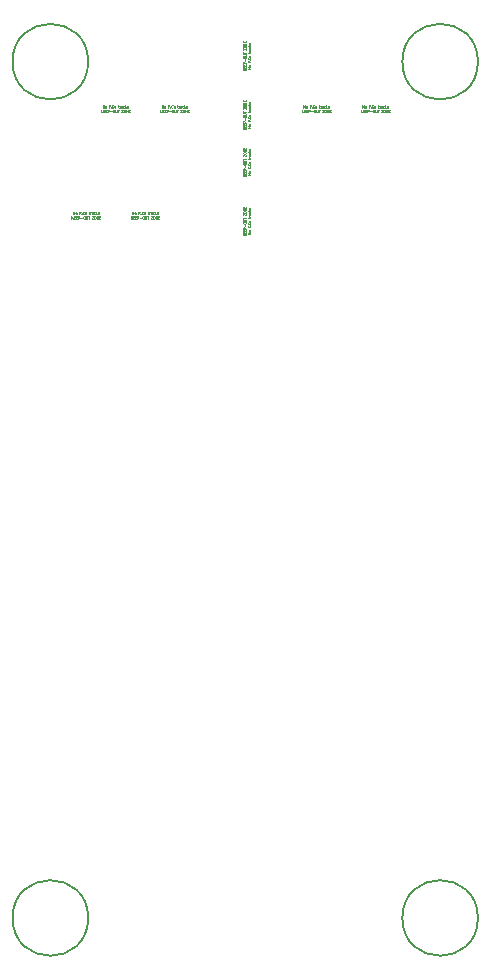
<source format=gbr>
%TF.GenerationSoftware,KiCad,Pcbnew,7.0.7*%
%TF.CreationDate,2023-10-21T12:21:44+02:00*%
%TF.ProjectId,OS-servoDriver,4f532d73-6572-4766-9f44-72697665722e,rev?*%
%TF.SameCoordinates,Original*%
%TF.FileFunction,Other,Comment*%
%FSLAX46Y46*%
G04 Gerber Fmt 4.6, Leading zero omitted, Abs format (unit mm)*
G04 Created by KiCad (PCBNEW 7.0.7) date 2023-10-21 12:21:44*
%MOMM*%
%LPD*%
G01*
G04 APERTURE LIST*
%ADD10C,0.030000*%
%ADD11C,0.150000*%
G04 APERTURE END LIST*
D10*
X107919047Y-109390963D02*
X107919047Y-109190963D01*
X107919047Y-109190963D02*
X108033332Y-109390963D01*
X108033332Y-109390963D02*
X108033332Y-109190963D01*
X108157142Y-109390963D02*
X108138094Y-109381440D01*
X108138094Y-109381440D02*
X108128571Y-109371916D01*
X108128571Y-109371916D02*
X108119047Y-109352868D01*
X108119047Y-109352868D02*
X108119047Y-109295725D01*
X108119047Y-109295725D02*
X108128571Y-109276678D01*
X108128571Y-109276678D02*
X108138094Y-109267154D01*
X108138094Y-109267154D02*
X108157142Y-109257630D01*
X108157142Y-109257630D02*
X108185713Y-109257630D01*
X108185713Y-109257630D02*
X108204761Y-109267154D01*
X108204761Y-109267154D02*
X108214285Y-109276678D01*
X108214285Y-109276678D02*
X108223809Y-109295725D01*
X108223809Y-109295725D02*
X108223809Y-109352868D01*
X108223809Y-109352868D02*
X108214285Y-109371916D01*
X108214285Y-109371916D02*
X108204761Y-109381440D01*
X108204761Y-109381440D02*
X108185713Y-109390963D01*
X108185713Y-109390963D02*
X108157142Y-109390963D01*
X108528570Y-109286201D02*
X108461904Y-109286201D01*
X108461904Y-109390963D02*
X108461904Y-109190963D01*
X108461904Y-109190963D02*
X108557142Y-109190963D01*
X108633333Y-109371916D02*
X108642856Y-109381440D01*
X108642856Y-109381440D02*
X108633333Y-109390963D01*
X108633333Y-109390963D02*
X108623809Y-109381440D01*
X108623809Y-109381440D02*
X108633333Y-109371916D01*
X108633333Y-109371916D02*
X108633333Y-109390963D01*
X108842856Y-109371916D02*
X108833332Y-109381440D01*
X108833332Y-109381440D02*
X108804761Y-109390963D01*
X108804761Y-109390963D02*
X108785713Y-109390963D01*
X108785713Y-109390963D02*
X108757142Y-109381440D01*
X108757142Y-109381440D02*
X108738094Y-109362392D01*
X108738094Y-109362392D02*
X108728571Y-109343344D01*
X108728571Y-109343344D02*
X108719047Y-109305249D01*
X108719047Y-109305249D02*
X108719047Y-109276678D01*
X108719047Y-109276678D02*
X108728571Y-109238582D01*
X108728571Y-109238582D02*
X108738094Y-109219535D01*
X108738094Y-109219535D02*
X108757142Y-109200487D01*
X108757142Y-109200487D02*
X108785713Y-109190963D01*
X108785713Y-109190963D02*
X108804761Y-109190963D01*
X108804761Y-109190963D02*
X108833332Y-109200487D01*
X108833332Y-109200487D02*
X108842856Y-109210011D01*
X109014285Y-109257630D02*
X109014285Y-109390963D01*
X108928571Y-109257630D02*
X108928571Y-109362392D01*
X108928571Y-109362392D02*
X108938094Y-109381440D01*
X108938094Y-109381440D02*
X108957142Y-109390963D01*
X108957142Y-109390963D02*
X108985713Y-109390963D01*
X108985713Y-109390963D02*
X109004761Y-109381440D01*
X109004761Y-109381440D02*
X109014285Y-109371916D01*
X109233332Y-109257630D02*
X109309523Y-109257630D01*
X109261904Y-109190963D02*
X109261904Y-109362392D01*
X109261904Y-109362392D02*
X109271427Y-109381440D01*
X109271427Y-109381440D02*
X109290475Y-109390963D01*
X109290475Y-109390963D02*
X109309523Y-109390963D01*
X109376190Y-109390963D02*
X109376190Y-109257630D01*
X109376190Y-109295725D02*
X109385713Y-109276678D01*
X109385713Y-109276678D02*
X109395237Y-109267154D01*
X109395237Y-109267154D02*
X109414285Y-109257630D01*
X109414285Y-109257630D02*
X109433332Y-109257630D01*
X109585714Y-109390963D02*
X109585714Y-109286201D01*
X109585714Y-109286201D02*
X109576190Y-109267154D01*
X109576190Y-109267154D02*
X109557142Y-109257630D01*
X109557142Y-109257630D02*
X109519047Y-109257630D01*
X109519047Y-109257630D02*
X109500000Y-109267154D01*
X109585714Y-109381440D02*
X109566666Y-109390963D01*
X109566666Y-109390963D02*
X109519047Y-109390963D01*
X109519047Y-109390963D02*
X109500000Y-109381440D01*
X109500000Y-109381440D02*
X109490476Y-109362392D01*
X109490476Y-109362392D02*
X109490476Y-109343344D01*
X109490476Y-109343344D02*
X109500000Y-109324297D01*
X109500000Y-109324297D02*
X109519047Y-109314773D01*
X109519047Y-109314773D02*
X109566666Y-109314773D01*
X109566666Y-109314773D02*
X109585714Y-109305249D01*
X109766666Y-109381440D02*
X109747618Y-109390963D01*
X109747618Y-109390963D02*
X109709523Y-109390963D01*
X109709523Y-109390963D02*
X109690475Y-109381440D01*
X109690475Y-109381440D02*
X109680952Y-109371916D01*
X109680952Y-109371916D02*
X109671428Y-109352868D01*
X109671428Y-109352868D02*
X109671428Y-109295725D01*
X109671428Y-109295725D02*
X109680952Y-109276678D01*
X109680952Y-109276678D02*
X109690475Y-109267154D01*
X109690475Y-109267154D02*
X109709523Y-109257630D01*
X109709523Y-109257630D02*
X109747618Y-109257630D01*
X109747618Y-109257630D02*
X109766666Y-109267154D01*
X109852381Y-109390963D02*
X109852381Y-109190963D01*
X109871428Y-109314773D02*
X109928571Y-109390963D01*
X109928571Y-109257630D02*
X109852381Y-109333820D01*
X110004762Y-109381440D02*
X110023809Y-109390963D01*
X110023809Y-109390963D02*
X110061905Y-109390963D01*
X110061905Y-109390963D02*
X110080952Y-109381440D01*
X110080952Y-109381440D02*
X110090476Y-109362392D01*
X110090476Y-109362392D02*
X110090476Y-109352868D01*
X110090476Y-109352868D02*
X110080952Y-109333820D01*
X110080952Y-109333820D02*
X110061905Y-109324297D01*
X110061905Y-109324297D02*
X110033333Y-109324297D01*
X110033333Y-109324297D02*
X110014286Y-109314773D01*
X110014286Y-109314773D02*
X110004762Y-109295725D01*
X110004762Y-109295725D02*
X110004762Y-109286201D01*
X110004762Y-109286201D02*
X110014286Y-109267154D01*
X110014286Y-109267154D02*
X110033333Y-109257630D01*
X110033333Y-109257630D02*
X110061905Y-109257630D01*
X110061905Y-109257630D02*
X110080952Y-109267154D01*
X112919047Y-109390963D02*
X112919047Y-109190963D01*
X112919047Y-109190963D02*
X113033332Y-109390963D01*
X113033332Y-109390963D02*
X113033332Y-109190963D01*
X113157142Y-109390963D02*
X113138094Y-109381440D01*
X113138094Y-109381440D02*
X113128571Y-109371916D01*
X113128571Y-109371916D02*
X113119047Y-109352868D01*
X113119047Y-109352868D02*
X113119047Y-109295725D01*
X113119047Y-109295725D02*
X113128571Y-109276678D01*
X113128571Y-109276678D02*
X113138094Y-109267154D01*
X113138094Y-109267154D02*
X113157142Y-109257630D01*
X113157142Y-109257630D02*
X113185713Y-109257630D01*
X113185713Y-109257630D02*
X113204761Y-109267154D01*
X113204761Y-109267154D02*
X113214285Y-109276678D01*
X113214285Y-109276678D02*
X113223809Y-109295725D01*
X113223809Y-109295725D02*
X113223809Y-109352868D01*
X113223809Y-109352868D02*
X113214285Y-109371916D01*
X113214285Y-109371916D02*
X113204761Y-109381440D01*
X113204761Y-109381440D02*
X113185713Y-109390963D01*
X113185713Y-109390963D02*
X113157142Y-109390963D01*
X113528570Y-109286201D02*
X113461904Y-109286201D01*
X113461904Y-109390963D02*
X113461904Y-109190963D01*
X113461904Y-109190963D02*
X113557142Y-109190963D01*
X113633333Y-109371916D02*
X113642856Y-109381440D01*
X113642856Y-109381440D02*
X113633333Y-109390963D01*
X113633333Y-109390963D02*
X113623809Y-109381440D01*
X113623809Y-109381440D02*
X113633333Y-109371916D01*
X113633333Y-109371916D02*
X113633333Y-109390963D01*
X113842856Y-109371916D02*
X113833332Y-109381440D01*
X113833332Y-109381440D02*
X113804761Y-109390963D01*
X113804761Y-109390963D02*
X113785713Y-109390963D01*
X113785713Y-109390963D02*
X113757142Y-109381440D01*
X113757142Y-109381440D02*
X113738094Y-109362392D01*
X113738094Y-109362392D02*
X113728571Y-109343344D01*
X113728571Y-109343344D02*
X113719047Y-109305249D01*
X113719047Y-109305249D02*
X113719047Y-109276678D01*
X113719047Y-109276678D02*
X113728571Y-109238582D01*
X113728571Y-109238582D02*
X113738094Y-109219535D01*
X113738094Y-109219535D02*
X113757142Y-109200487D01*
X113757142Y-109200487D02*
X113785713Y-109190963D01*
X113785713Y-109190963D02*
X113804761Y-109190963D01*
X113804761Y-109190963D02*
X113833332Y-109200487D01*
X113833332Y-109200487D02*
X113842856Y-109210011D01*
X114014285Y-109257630D02*
X114014285Y-109390963D01*
X113928571Y-109257630D02*
X113928571Y-109362392D01*
X113928571Y-109362392D02*
X113938094Y-109381440D01*
X113938094Y-109381440D02*
X113957142Y-109390963D01*
X113957142Y-109390963D02*
X113985713Y-109390963D01*
X113985713Y-109390963D02*
X114004761Y-109381440D01*
X114004761Y-109381440D02*
X114014285Y-109371916D01*
X114233332Y-109257630D02*
X114309523Y-109257630D01*
X114261904Y-109190963D02*
X114261904Y-109362392D01*
X114261904Y-109362392D02*
X114271427Y-109381440D01*
X114271427Y-109381440D02*
X114290475Y-109390963D01*
X114290475Y-109390963D02*
X114309523Y-109390963D01*
X114376190Y-109390963D02*
X114376190Y-109257630D01*
X114376190Y-109295725D02*
X114385713Y-109276678D01*
X114385713Y-109276678D02*
X114395237Y-109267154D01*
X114395237Y-109267154D02*
X114414285Y-109257630D01*
X114414285Y-109257630D02*
X114433332Y-109257630D01*
X114585714Y-109390963D02*
X114585714Y-109286201D01*
X114585714Y-109286201D02*
X114576190Y-109267154D01*
X114576190Y-109267154D02*
X114557142Y-109257630D01*
X114557142Y-109257630D02*
X114519047Y-109257630D01*
X114519047Y-109257630D02*
X114500000Y-109267154D01*
X114585714Y-109381440D02*
X114566666Y-109390963D01*
X114566666Y-109390963D02*
X114519047Y-109390963D01*
X114519047Y-109390963D02*
X114500000Y-109381440D01*
X114500000Y-109381440D02*
X114490476Y-109362392D01*
X114490476Y-109362392D02*
X114490476Y-109343344D01*
X114490476Y-109343344D02*
X114500000Y-109324297D01*
X114500000Y-109324297D02*
X114519047Y-109314773D01*
X114519047Y-109314773D02*
X114566666Y-109314773D01*
X114566666Y-109314773D02*
X114585714Y-109305249D01*
X114766666Y-109381440D02*
X114747618Y-109390963D01*
X114747618Y-109390963D02*
X114709523Y-109390963D01*
X114709523Y-109390963D02*
X114690475Y-109381440D01*
X114690475Y-109381440D02*
X114680952Y-109371916D01*
X114680952Y-109371916D02*
X114671428Y-109352868D01*
X114671428Y-109352868D02*
X114671428Y-109295725D01*
X114671428Y-109295725D02*
X114680952Y-109276678D01*
X114680952Y-109276678D02*
X114690475Y-109267154D01*
X114690475Y-109267154D02*
X114709523Y-109257630D01*
X114709523Y-109257630D02*
X114747618Y-109257630D01*
X114747618Y-109257630D02*
X114766666Y-109267154D01*
X114852381Y-109390963D02*
X114852381Y-109190963D01*
X114871428Y-109314773D02*
X114928571Y-109390963D01*
X114928571Y-109257630D02*
X114852381Y-109333820D01*
X115004762Y-109381440D02*
X115023809Y-109390963D01*
X115023809Y-109390963D02*
X115061905Y-109390963D01*
X115061905Y-109390963D02*
X115080952Y-109381440D01*
X115080952Y-109381440D02*
X115090476Y-109362392D01*
X115090476Y-109362392D02*
X115090476Y-109352868D01*
X115090476Y-109352868D02*
X115080952Y-109333820D01*
X115080952Y-109333820D02*
X115061905Y-109324297D01*
X115061905Y-109324297D02*
X115033333Y-109324297D01*
X115033333Y-109324297D02*
X115014286Y-109314773D01*
X115014286Y-109314773D02*
X115004762Y-109295725D01*
X115004762Y-109295725D02*
X115004762Y-109286201D01*
X115004762Y-109286201D02*
X115014286Y-109267154D01*
X115014286Y-109267154D02*
X115033333Y-109257630D01*
X115033333Y-109257630D02*
X115061905Y-109257630D01*
X115061905Y-109257630D02*
X115080952Y-109267154D01*
X112785715Y-109790963D02*
X112785715Y-109590963D01*
X112900000Y-109790963D02*
X112814286Y-109676678D01*
X112900000Y-109590963D02*
X112785715Y-109705249D01*
X112985715Y-109686201D02*
X113052381Y-109686201D01*
X113080953Y-109790963D02*
X112985715Y-109790963D01*
X112985715Y-109790963D02*
X112985715Y-109590963D01*
X112985715Y-109590963D02*
X113080953Y-109590963D01*
X113166667Y-109686201D02*
X113233333Y-109686201D01*
X113261905Y-109790963D02*
X113166667Y-109790963D01*
X113166667Y-109790963D02*
X113166667Y-109590963D01*
X113166667Y-109590963D02*
X113261905Y-109590963D01*
X113347619Y-109790963D02*
X113347619Y-109590963D01*
X113347619Y-109590963D02*
X113423809Y-109590963D01*
X113423809Y-109590963D02*
X113442857Y-109600487D01*
X113442857Y-109600487D02*
X113452380Y-109610011D01*
X113452380Y-109610011D02*
X113461904Y-109629059D01*
X113461904Y-109629059D02*
X113461904Y-109657630D01*
X113461904Y-109657630D02*
X113452380Y-109676678D01*
X113452380Y-109676678D02*
X113442857Y-109686201D01*
X113442857Y-109686201D02*
X113423809Y-109695725D01*
X113423809Y-109695725D02*
X113347619Y-109695725D01*
X113547619Y-109714773D02*
X113700000Y-109714773D01*
X113833333Y-109590963D02*
X113871428Y-109590963D01*
X113871428Y-109590963D02*
X113890476Y-109600487D01*
X113890476Y-109600487D02*
X113909523Y-109619535D01*
X113909523Y-109619535D02*
X113919047Y-109657630D01*
X113919047Y-109657630D02*
X113919047Y-109724297D01*
X113919047Y-109724297D02*
X113909523Y-109762392D01*
X113909523Y-109762392D02*
X113890476Y-109781440D01*
X113890476Y-109781440D02*
X113871428Y-109790963D01*
X113871428Y-109790963D02*
X113833333Y-109790963D01*
X113833333Y-109790963D02*
X113814285Y-109781440D01*
X113814285Y-109781440D02*
X113795238Y-109762392D01*
X113795238Y-109762392D02*
X113785714Y-109724297D01*
X113785714Y-109724297D02*
X113785714Y-109657630D01*
X113785714Y-109657630D02*
X113795238Y-109619535D01*
X113795238Y-109619535D02*
X113814285Y-109600487D01*
X113814285Y-109600487D02*
X113833333Y-109590963D01*
X114004762Y-109590963D02*
X114004762Y-109752868D01*
X114004762Y-109752868D02*
X114014285Y-109771916D01*
X114014285Y-109771916D02*
X114023809Y-109781440D01*
X114023809Y-109781440D02*
X114042857Y-109790963D01*
X114042857Y-109790963D02*
X114080952Y-109790963D01*
X114080952Y-109790963D02*
X114100000Y-109781440D01*
X114100000Y-109781440D02*
X114109523Y-109771916D01*
X114109523Y-109771916D02*
X114119047Y-109752868D01*
X114119047Y-109752868D02*
X114119047Y-109590963D01*
X114185714Y-109590963D02*
X114300000Y-109590963D01*
X114242857Y-109790963D02*
X114242857Y-109590963D01*
X114500000Y-109590963D02*
X114633333Y-109590963D01*
X114633333Y-109590963D02*
X114500000Y-109790963D01*
X114500000Y-109790963D02*
X114633333Y-109790963D01*
X114747619Y-109590963D02*
X114785714Y-109590963D01*
X114785714Y-109590963D02*
X114804762Y-109600487D01*
X114804762Y-109600487D02*
X114823809Y-109619535D01*
X114823809Y-109619535D02*
X114833333Y-109657630D01*
X114833333Y-109657630D02*
X114833333Y-109724297D01*
X114833333Y-109724297D02*
X114823809Y-109762392D01*
X114823809Y-109762392D02*
X114804762Y-109781440D01*
X114804762Y-109781440D02*
X114785714Y-109790963D01*
X114785714Y-109790963D02*
X114747619Y-109790963D01*
X114747619Y-109790963D02*
X114728571Y-109781440D01*
X114728571Y-109781440D02*
X114709524Y-109762392D01*
X114709524Y-109762392D02*
X114700000Y-109724297D01*
X114700000Y-109724297D02*
X114700000Y-109657630D01*
X114700000Y-109657630D02*
X114709524Y-109619535D01*
X114709524Y-109619535D02*
X114728571Y-109600487D01*
X114728571Y-109600487D02*
X114747619Y-109590963D01*
X114919048Y-109790963D02*
X114919048Y-109590963D01*
X114919048Y-109590963D02*
X115033333Y-109790963D01*
X115033333Y-109790963D02*
X115033333Y-109590963D01*
X115128572Y-109686201D02*
X115195238Y-109686201D01*
X115223810Y-109790963D02*
X115128572Y-109790963D01*
X115128572Y-109790963D02*
X115128572Y-109590963D01*
X115128572Y-109590963D02*
X115223810Y-109590963D01*
X107785715Y-109790963D02*
X107785715Y-109590963D01*
X107900000Y-109790963D02*
X107814286Y-109676678D01*
X107900000Y-109590963D02*
X107785715Y-109705249D01*
X107985715Y-109686201D02*
X108052381Y-109686201D01*
X108080953Y-109790963D02*
X107985715Y-109790963D01*
X107985715Y-109790963D02*
X107985715Y-109590963D01*
X107985715Y-109590963D02*
X108080953Y-109590963D01*
X108166667Y-109686201D02*
X108233333Y-109686201D01*
X108261905Y-109790963D02*
X108166667Y-109790963D01*
X108166667Y-109790963D02*
X108166667Y-109590963D01*
X108166667Y-109590963D02*
X108261905Y-109590963D01*
X108347619Y-109790963D02*
X108347619Y-109590963D01*
X108347619Y-109590963D02*
X108423809Y-109590963D01*
X108423809Y-109590963D02*
X108442857Y-109600487D01*
X108442857Y-109600487D02*
X108452380Y-109610011D01*
X108452380Y-109610011D02*
X108461904Y-109629059D01*
X108461904Y-109629059D02*
X108461904Y-109657630D01*
X108461904Y-109657630D02*
X108452380Y-109676678D01*
X108452380Y-109676678D02*
X108442857Y-109686201D01*
X108442857Y-109686201D02*
X108423809Y-109695725D01*
X108423809Y-109695725D02*
X108347619Y-109695725D01*
X108547619Y-109714773D02*
X108700000Y-109714773D01*
X108833333Y-109590963D02*
X108871428Y-109590963D01*
X108871428Y-109590963D02*
X108890476Y-109600487D01*
X108890476Y-109600487D02*
X108909523Y-109619535D01*
X108909523Y-109619535D02*
X108919047Y-109657630D01*
X108919047Y-109657630D02*
X108919047Y-109724297D01*
X108919047Y-109724297D02*
X108909523Y-109762392D01*
X108909523Y-109762392D02*
X108890476Y-109781440D01*
X108890476Y-109781440D02*
X108871428Y-109790963D01*
X108871428Y-109790963D02*
X108833333Y-109790963D01*
X108833333Y-109790963D02*
X108814285Y-109781440D01*
X108814285Y-109781440D02*
X108795238Y-109762392D01*
X108795238Y-109762392D02*
X108785714Y-109724297D01*
X108785714Y-109724297D02*
X108785714Y-109657630D01*
X108785714Y-109657630D02*
X108795238Y-109619535D01*
X108795238Y-109619535D02*
X108814285Y-109600487D01*
X108814285Y-109600487D02*
X108833333Y-109590963D01*
X109004762Y-109590963D02*
X109004762Y-109752868D01*
X109004762Y-109752868D02*
X109014285Y-109771916D01*
X109014285Y-109771916D02*
X109023809Y-109781440D01*
X109023809Y-109781440D02*
X109042857Y-109790963D01*
X109042857Y-109790963D02*
X109080952Y-109790963D01*
X109080952Y-109790963D02*
X109100000Y-109781440D01*
X109100000Y-109781440D02*
X109109523Y-109771916D01*
X109109523Y-109771916D02*
X109119047Y-109752868D01*
X109119047Y-109752868D02*
X109119047Y-109590963D01*
X109185714Y-109590963D02*
X109300000Y-109590963D01*
X109242857Y-109790963D02*
X109242857Y-109590963D01*
X109500000Y-109590963D02*
X109633333Y-109590963D01*
X109633333Y-109590963D02*
X109500000Y-109790963D01*
X109500000Y-109790963D02*
X109633333Y-109790963D01*
X109747619Y-109590963D02*
X109785714Y-109590963D01*
X109785714Y-109590963D02*
X109804762Y-109600487D01*
X109804762Y-109600487D02*
X109823809Y-109619535D01*
X109823809Y-109619535D02*
X109833333Y-109657630D01*
X109833333Y-109657630D02*
X109833333Y-109724297D01*
X109833333Y-109724297D02*
X109823809Y-109762392D01*
X109823809Y-109762392D02*
X109804762Y-109781440D01*
X109804762Y-109781440D02*
X109785714Y-109790963D01*
X109785714Y-109790963D02*
X109747619Y-109790963D01*
X109747619Y-109790963D02*
X109728571Y-109781440D01*
X109728571Y-109781440D02*
X109709524Y-109762392D01*
X109709524Y-109762392D02*
X109700000Y-109724297D01*
X109700000Y-109724297D02*
X109700000Y-109657630D01*
X109700000Y-109657630D02*
X109709524Y-109619535D01*
X109709524Y-109619535D02*
X109728571Y-109600487D01*
X109728571Y-109600487D02*
X109747619Y-109590963D01*
X109919048Y-109790963D02*
X109919048Y-109590963D01*
X109919048Y-109590963D02*
X110033333Y-109790963D01*
X110033333Y-109790963D02*
X110033333Y-109590963D01*
X110128572Y-109686201D02*
X110195238Y-109686201D01*
X110223810Y-109790963D02*
X110128572Y-109790963D01*
X110128572Y-109790963D02*
X110128572Y-109590963D01*
X110128572Y-109590963D02*
X110223810Y-109590963D01*
X122940963Y-106080952D02*
X122740963Y-106080952D01*
X122740963Y-106080952D02*
X122940963Y-105966667D01*
X122940963Y-105966667D02*
X122740963Y-105966667D01*
X122940963Y-105842857D02*
X122931440Y-105861905D01*
X122931440Y-105861905D02*
X122921916Y-105871428D01*
X122921916Y-105871428D02*
X122902868Y-105880952D01*
X122902868Y-105880952D02*
X122845725Y-105880952D01*
X122845725Y-105880952D02*
X122826678Y-105871428D01*
X122826678Y-105871428D02*
X122817154Y-105861905D01*
X122817154Y-105861905D02*
X122807630Y-105842857D01*
X122807630Y-105842857D02*
X122807630Y-105814286D01*
X122807630Y-105814286D02*
X122817154Y-105795238D01*
X122817154Y-105795238D02*
X122826678Y-105785714D01*
X122826678Y-105785714D02*
X122845725Y-105776190D01*
X122845725Y-105776190D02*
X122902868Y-105776190D01*
X122902868Y-105776190D02*
X122921916Y-105785714D01*
X122921916Y-105785714D02*
X122931440Y-105795238D01*
X122931440Y-105795238D02*
X122940963Y-105814286D01*
X122940963Y-105814286D02*
X122940963Y-105842857D01*
X122836201Y-105471429D02*
X122836201Y-105538095D01*
X122940963Y-105538095D02*
X122740963Y-105538095D01*
X122740963Y-105538095D02*
X122740963Y-105442857D01*
X122921916Y-105366666D02*
X122931440Y-105357143D01*
X122931440Y-105357143D02*
X122940963Y-105366666D01*
X122940963Y-105366666D02*
X122931440Y-105376190D01*
X122931440Y-105376190D02*
X122921916Y-105366666D01*
X122921916Y-105366666D02*
X122940963Y-105366666D01*
X122921916Y-105157143D02*
X122931440Y-105166667D01*
X122931440Y-105166667D02*
X122940963Y-105195238D01*
X122940963Y-105195238D02*
X122940963Y-105214286D01*
X122940963Y-105214286D02*
X122931440Y-105242857D01*
X122931440Y-105242857D02*
X122912392Y-105261905D01*
X122912392Y-105261905D02*
X122893344Y-105271428D01*
X122893344Y-105271428D02*
X122855249Y-105280952D01*
X122855249Y-105280952D02*
X122826678Y-105280952D01*
X122826678Y-105280952D02*
X122788582Y-105271428D01*
X122788582Y-105271428D02*
X122769535Y-105261905D01*
X122769535Y-105261905D02*
X122750487Y-105242857D01*
X122750487Y-105242857D02*
X122740963Y-105214286D01*
X122740963Y-105214286D02*
X122740963Y-105195238D01*
X122740963Y-105195238D02*
X122750487Y-105166667D01*
X122750487Y-105166667D02*
X122760011Y-105157143D01*
X122807630Y-104985714D02*
X122940963Y-104985714D01*
X122807630Y-105071428D02*
X122912392Y-105071428D01*
X122912392Y-105071428D02*
X122931440Y-105061905D01*
X122931440Y-105061905D02*
X122940963Y-105042857D01*
X122940963Y-105042857D02*
X122940963Y-105014286D01*
X122940963Y-105014286D02*
X122931440Y-104995238D01*
X122931440Y-104995238D02*
X122921916Y-104985714D01*
X122807630Y-104766667D02*
X122807630Y-104690476D01*
X122740963Y-104738095D02*
X122912392Y-104738095D01*
X122912392Y-104738095D02*
X122931440Y-104728572D01*
X122931440Y-104728572D02*
X122940963Y-104709524D01*
X122940963Y-104709524D02*
X122940963Y-104690476D01*
X122940963Y-104623809D02*
X122807630Y-104623809D01*
X122845725Y-104623809D02*
X122826678Y-104614286D01*
X122826678Y-104614286D02*
X122817154Y-104604762D01*
X122817154Y-104604762D02*
X122807630Y-104585714D01*
X122807630Y-104585714D02*
X122807630Y-104566667D01*
X122940963Y-104414285D02*
X122836201Y-104414285D01*
X122836201Y-104414285D02*
X122817154Y-104423809D01*
X122817154Y-104423809D02*
X122807630Y-104442857D01*
X122807630Y-104442857D02*
X122807630Y-104480952D01*
X122807630Y-104480952D02*
X122817154Y-104499999D01*
X122931440Y-104414285D02*
X122940963Y-104433333D01*
X122940963Y-104433333D02*
X122940963Y-104480952D01*
X122940963Y-104480952D02*
X122931440Y-104499999D01*
X122931440Y-104499999D02*
X122912392Y-104509523D01*
X122912392Y-104509523D02*
X122893344Y-104509523D01*
X122893344Y-104509523D02*
X122874297Y-104499999D01*
X122874297Y-104499999D02*
X122864773Y-104480952D01*
X122864773Y-104480952D02*
X122864773Y-104433333D01*
X122864773Y-104433333D02*
X122855249Y-104414285D01*
X122931440Y-104233333D02*
X122940963Y-104252381D01*
X122940963Y-104252381D02*
X122940963Y-104290476D01*
X122940963Y-104290476D02*
X122931440Y-104309524D01*
X122931440Y-104309524D02*
X122921916Y-104319047D01*
X122921916Y-104319047D02*
X122902868Y-104328571D01*
X122902868Y-104328571D02*
X122845725Y-104328571D01*
X122845725Y-104328571D02*
X122826678Y-104319047D01*
X122826678Y-104319047D02*
X122817154Y-104309524D01*
X122817154Y-104309524D02*
X122807630Y-104290476D01*
X122807630Y-104290476D02*
X122807630Y-104252381D01*
X122807630Y-104252381D02*
X122817154Y-104233333D01*
X122940963Y-104147618D02*
X122740963Y-104147618D01*
X122864773Y-104128571D02*
X122940963Y-104071428D01*
X122807630Y-104071428D02*
X122883820Y-104147618D01*
X122931440Y-103995237D02*
X122940963Y-103976190D01*
X122940963Y-103976190D02*
X122940963Y-103938094D01*
X122940963Y-103938094D02*
X122931440Y-103919047D01*
X122931440Y-103919047D02*
X122912392Y-103909523D01*
X122912392Y-103909523D02*
X122902868Y-103909523D01*
X122902868Y-103909523D02*
X122883820Y-103919047D01*
X122883820Y-103919047D02*
X122874297Y-103938094D01*
X122874297Y-103938094D02*
X122874297Y-103966666D01*
X122874297Y-103966666D02*
X122864773Y-103985713D01*
X122864773Y-103985713D02*
X122845725Y-103995237D01*
X122845725Y-103995237D02*
X122836201Y-103995237D01*
X122836201Y-103995237D02*
X122817154Y-103985713D01*
X122817154Y-103985713D02*
X122807630Y-103966666D01*
X122807630Y-103966666D02*
X122807630Y-103938094D01*
X122807630Y-103938094D02*
X122817154Y-103919047D01*
X122940963Y-111080952D02*
X122740963Y-111080952D01*
X122740963Y-111080952D02*
X122940963Y-110966667D01*
X122940963Y-110966667D02*
X122740963Y-110966667D01*
X122940963Y-110842857D02*
X122931440Y-110861905D01*
X122931440Y-110861905D02*
X122921916Y-110871428D01*
X122921916Y-110871428D02*
X122902868Y-110880952D01*
X122902868Y-110880952D02*
X122845725Y-110880952D01*
X122845725Y-110880952D02*
X122826678Y-110871428D01*
X122826678Y-110871428D02*
X122817154Y-110861905D01*
X122817154Y-110861905D02*
X122807630Y-110842857D01*
X122807630Y-110842857D02*
X122807630Y-110814286D01*
X122807630Y-110814286D02*
X122817154Y-110795238D01*
X122817154Y-110795238D02*
X122826678Y-110785714D01*
X122826678Y-110785714D02*
X122845725Y-110776190D01*
X122845725Y-110776190D02*
X122902868Y-110776190D01*
X122902868Y-110776190D02*
X122921916Y-110785714D01*
X122921916Y-110785714D02*
X122931440Y-110795238D01*
X122931440Y-110795238D02*
X122940963Y-110814286D01*
X122940963Y-110814286D02*
X122940963Y-110842857D01*
X122836201Y-110471429D02*
X122836201Y-110538095D01*
X122940963Y-110538095D02*
X122740963Y-110538095D01*
X122740963Y-110538095D02*
X122740963Y-110442857D01*
X122921916Y-110366666D02*
X122931440Y-110357143D01*
X122931440Y-110357143D02*
X122940963Y-110366666D01*
X122940963Y-110366666D02*
X122931440Y-110376190D01*
X122931440Y-110376190D02*
X122921916Y-110366666D01*
X122921916Y-110366666D02*
X122940963Y-110366666D01*
X122921916Y-110157143D02*
X122931440Y-110166667D01*
X122931440Y-110166667D02*
X122940963Y-110195238D01*
X122940963Y-110195238D02*
X122940963Y-110214286D01*
X122940963Y-110214286D02*
X122931440Y-110242857D01*
X122931440Y-110242857D02*
X122912392Y-110261905D01*
X122912392Y-110261905D02*
X122893344Y-110271428D01*
X122893344Y-110271428D02*
X122855249Y-110280952D01*
X122855249Y-110280952D02*
X122826678Y-110280952D01*
X122826678Y-110280952D02*
X122788582Y-110271428D01*
X122788582Y-110271428D02*
X122769535Y-110261905D01*
X122769535Y-110261905D02*
X122750487Y-110242857D01*
X122750487Y-110242857D02*
X122740963Y-110214286D01*
X122740963Y-110214286D02*
X122740963Y-110195238D01*
X122740963Y-110195238D02*
X122750487Y-110166667D01*
X122750487Y-110166667D02*
X122760011Y-110157143D01*
X122807630Y-109985714D02*
X122940963Y-109985714D01*
X122807630Y-110071428D02*
X122912392Y-110071428D01*
X122912392Y-110071428D02*
X122931440Y-110061905D01*
X122931440Y-110061905D02*
X122940963Y-110042857D01*
X122940963Y-110042857D02*
X122940963Y-110014286D01*
X122940963Y-110014286D02*
X122931440Y-109995238D01*
X122931440Y-109995238D02*
X122921916Y-109985714D01*
X122807630Y-109766667D02*
X122807630Y-109690476D01*
X122740963Y-109738095D02*
X122912392Y-109738095D01*
X122912392Y-109738095D02*
X122931440Y-109728572D01*
X122931440Y-109728572D02*
X122940963Y-109709524D01*
X122940963Y-109709524D02*
X122940963Y-109690476D01*
X122940963Y-109623809D02*
X122807630Y-109623809D01*
X122845725Y-109623809D02*
X122826678Y-109614286D01*
X122826678Y-109614286D02*
X122817154Y-109604762D01*
X122817154Y-109604762D02*
X122807630Y-109585714D01*
X122807630Y-109585714D02*
X122807630Y-109566667D01*
X122940963Y-109414285D02*
X122836201Y-109414285D01*
X122836201Y-109414285D02*
X122817154Y-109423809D01*
X122817154Y-109423809D02*
X122807630Y-109442857D01*
X122807630Y-109442857D02*
X122807630Y-109480952D01*
X122807630Y-109480952D02*
X122817154Y-109499999D01*
X122931440Y-109414285D02*
X122940963Y-109433333D01*
X122940963Y-109433333D02*
X122940963Y-109480952D01*
X122940963Y-109480952D02*
X122931440Y-109499999D01*
X122931440Y-109499999D02*
X122912392Y-109509523D01*
X122912392Y-109509523D02*
X122893344Y-109509523D01*
X122893344Y-109509523D02*
X122874297Y-109499999D01*
X122874297Y-109499999D02*
X122864773Y-109480952D01*
X122864773Y-109480952D02*
X122864773Y-109433333D01*
X122864773Y-109433333D02*
X122855249Y-109414285D01*
X122931440Y-109233333D02*
X122940963Y-109252381D01*
X122940963Y-109252381D02*
X122940963Y-109290476D01*
X122940963Y-109290476D02*
X122931440Y-109309524D01*
X122931440Y-109309524D02*
X122921916Y-109319047D01*
X122921916Y-109319047D02*
X122902868Y-109328571D01*
X122902868Y-109328571D02*
X122845725Y-109328571D01*
X122845725Y-109328571D02*
X122826678Y-109319047D01*
X122826678Y-109319047D02*
X122817154Y-109309524D01*
X122817154Y-109309524D02*
X122807630Y-109290476D01*
X122807630Y-109290476D02*
X122807630Y-109252381D01*
X122807630Y-109252381D02*
X122817154Y-109233333D01*
X122940963Y-109147618D02*
X122740963Y-109147618D01*
X122864773Y-109128571D02*
X122940963Y-109071428D01*
X122807630Y-109071428D02*
X122883820Y-109147618D01*
X122931440Y-108995237D02*
X122940963Y-108976190D01*
X122940963Y-108976190D02*
X122940963Y-108938094D01*
X122940963Y-108938094D02*
X122931440Y-108919047D01*
X122931440Y-108919047D02*
X122912392Y-108909523D01*
X122912392Y-108909523D02*
X122902868Y-108909523D01*
X122902868Y-108909523D02*
X122883820Y-108919047D01*
X122883820Y-108919047D02*
X122874297Y-108938094D01*
X122874297Y-108938094D02*
X122874297Y-108966666D01*
X122874297Y-108966666D02*
X122864773Y-108985713D01*
X122864773Y-108985713D02*
X122845725Y-108995237D01*
X122845725Y-108995237D02*
X122836201Y-108995237D01*
X122836201Y-108995237D02*
X122817154Y-108985713D01*
X122817154Y-108985713D02*
X122807630Y-108966666D01*
X122807630Y-108966666D02*
X122807630Y-108938094D01*
X122807630Y-108938094D02*
X122817154Y-108919047D01*
X122540963Y-111214284D02*
X122340963Y-111214284D01*
X122540963Y-111099999D02*
X122426678Y-111185713D01*
X122340963Y-111099999D02*
X122455249Y-111214284D01*
X122436201Y-111014284D02*
X122436201Y-110947618D01*
X122540963Y-110919046D02*
X122540963Y-111014284D01*
X122540963Y-111014284D02*
X122340963Y-111014284D01*
X122340963Y-111014284D02*
X122340963Y-110919046D01*
X122436201Y-110833332D02*
X122436201Y-110766666D01*
X122540963Y-110738094D02*
X122540963Y-110833332D01*
X122540963Y-110833332D02*
X122340963Y-110833332D01*
X122340963Y-110833332D02*
X122340963Y-110738094D01*
X122540963Y-110652380D02*
X122340963Y-110652380D01*
X122340963Y-110652380D02*
X122340963Y-110576190D01*
X122340963Y-110576190D02*
X122350487Y-110557142D01*
X122350487Y-110557142D02*
X122360011Y-110547619D01*
X122360011Y-110547619D02*
X122379059Y-110538095D01*
X122379059Y-110538095D02*
X122407630Y-110538095D01*
X122407630Y-110538095D02*
X122426678Y-110547619D01*
X122426678Y-110547619D02*
X122436201Y-110557142D01*
X122436201Y-110557142D02*
X122445725Y-110576190D01*
X122445725Y-110576190D02*
X122445725Y-110652380D01*
X122464773Y-110452380D02*
X122464773Y-110300000D01*
X122340963Y-110166666D02*
X122340963Y-110128571D01*
X122340963Y-110128571D02*
X122350487Y-110109523D01*
X122350487Y-110109523D02*
X122369535Y-110090476D01*
X122369535Y-110090476D02*
X122407630Y-110080952D01*
X122407630Y-110080952D02*
X122474297Y-110080952D01*
X122474297Y-110080952D02*
X122512392Y-110090476D01*
X122512392Y-110090476D02*
X122531440Y-110109523D01*
X122531440Y-110109523D02*
X122540963Y-110128571D01*
X122540963Y-110128571D02*
X122540963Y-110166666D01*
X122540963Y-110166666D02*
X122531440Y-110185714D01*
X122531440Y-110185714D02*
X122512392Y-110204761D01*
X122512392Y-110204761D02*
X122474297Y-110214285D01*
X122474297Y-110214285D02*
X122407630Y-110214285D01*
X122407630Y-110214285D02*
X122369535Y-110204761D01*
X122369535Y-110204761D02*
X122350487Y-110185714D01*
X122350487Y-110185714D02*
X122340963Y-110166666D01*
X122340963Y-109995237D02*
X122502868Y-109995237D01*
X122502868Y-109995237D02*
X122521916Y-109985714D01*
X122521916Y-109985714D02*
X122531440Y-109976190D01*
X122531440Y-109976190D02*
X122540963Y-109957142D01*
X122540963Y-109957142D02*
X122540963Y-109919047D01*
X122540963Y-109919047D02*
X122531440Y-109899999D01*
X122531440Y-109899999D02*
X122521916Y-109890476D01*
X122521916Y-109890476D02*
X122502868Y-109880952D01*
X122502868Y-109880952D02*
X122340963Y-109880952D01*
X122340963Y-109814285D02*
X122340963Y-109699999D01*
X122540963Y-109757142D02*
X122340963Y-109757142D01*
X122340963Y-109499999D02*
X122340963Y-109366666D01*
X122340963Y-109366666D02*
X122540963Y-109499999D01*
X122540963Y-109499999D02*
X122540963Y-109366666D01*
X122340963Y-109252380D02*
X122340963Y-109214285D01*
X122340963Y-109214285D02*
X122350487Y-109195237D01*
X122350487Y-109195237D02*
X122369535Y-109176190D01*
X122369535Y-109176190D02*
X122407630Y-109166666D01*
X122407630Y-109166666D02*
X122474297Y-109166666D01*
X122474297Y-109166666D02*
X122512392Y-109176190D01*
X122512392Y-109176190D02*
X122531440Y-109195237D01*
X122531440Y-109195237D02*
X122540963Y-109214285D01*
X122540963Y-109214285D02*
X122540963Y-109252380D01*
X122540963Y-109252380D02*
X122531440Y-109271428D01*
X122531440Y-109271428D02*
X122512392Y-109290475D01*
X122512392Y-109290475D02*
X122474297Y-109299999D01*
X122474297Y-109299999D02*
X122407630Y-109299999D01*
X122407630Y-109299999D02*
X122369535Y-109290475D01*
X122369535Y-109290475D02*
X122350487Y-109271428D01*
X122350487Y-109271428D02*
X122340963Y-109252380D01*
X122540963Y-109080951D02*
X122340963Y-109080951D01*
X122340963Y-109080951D02*
X122540963Y-108966666D01*
X122540963Y-108966666D02*
X122340963Y-108966666D01*
X122436201Y-108871427D02*
X122436201Y-108804761D01*
X122540963Y-108776189D02*
X122540963Y-108871427D01*
X122540963Y-108871427D02*
X122340963Y-108871427D01*
X122340963Y-108871427D02*
X122340963Y-108776189D01*
X122540963Y-106214284D02*
X122340963Y-106214284D01*
X122540963Y-106099999D02*
X122426678Y-106185713D01*
X122340963Y-106099999D02*
X122455249Y-106214284D01*
X122436201Y-106014284D02*
X122436201Y-105947618D01*
X122540963Y-105919046D02*
X122540963Y-106014284D01*
X122540963Y-106014284D02*
X122340963Y-106014284D01*
X122340963Y-106014284D02*
X122340963Y-105919046D01*
X122436201Y-105833332D02*
X122436201Y-105766666D01*
X122540963Y-105738094D02*
X122540963Y-105833332D01*
X122540963Y-105833332D02*
X122340963Y-105833332D01*
X122340963Y-105833332D02*
X122340963Y-105738094D01*
X122540963Y-105652380D02*
X122340963Y-105652380D01*
X122340963Y-105652380D02*
X122340963Y-105576190D01*
X122340963Y-105576190D02*
X122350487Y-105557142D01*
X122350487Y-105557142D02*
X122360011Y-105547619D01*
X122360011Y-105547619D02*
X122379059Y-105538095D01*
X122379059Y-105538095D02*
X122407630Y-105538095D01*
X122407630Y-105538095D02*
X122426678Y-105547619D01*
X122426678Y-105547619D02*
X122436201Y-105557142D01*
X122436201Y-105557142D02*
X122445725Y-105576190D01*
X122445725Y-105576190D02*
X122445725Y-105652380D01*
X122464773Y-105452380D02*
X122464773Y-105300000D01*
X122340963Y-105166666D02*
X122340963Y-105128571D01*
X122340963Y-105128571D02*
X122350487Y-105109523D01*
X122350487Y-105109523D02*
X122369535Y-105090476D01*
X122369535Y-105090476D02*
X122407630Y-105080952D01*
X122407630Y-105080952D02*
X122474297Y-105080952D01*
X122474297Y-105080952D02*
X122512392Y-105090476D01*
X122512392Y-105090476D02*
X122531440Y-105109523D01*
X122531440Y-105109523D02*
X122540963Y-105128571D01*
X122540963Y-105128571D02*
X122540963Y-105166666D01*
X122540963Y-105166666D02*
X122531440Y-105185714D01*
X122531440Y-105185714D02*
X122512392Y-105204761D01*
X122512392Y-105204761D02*
X122474297Y-105214285D01*
X122474297Y-105214285D02*
X122407630Y-105214285D01*
X122407630Y-105214285D02*
X122369535Y-105204761D01*
X122369535Y-105204761D02*
X122350487Y-105185714D01*
X122350487Y-105185714D02*
X122340963Y-105166666D01*
X122340963Y-104995237D02*
X122502868Y-104995237D01*
X122502868Y-104995237D02*
X122521916Y-104985714D01*
X122521916Y-104985714D02*
X122531440Y-104976190D01*
X122531440Y-104976190D02*
X122540963Y-104957142D01*
X122540963Y-104957142D02*
X122540963Y-104919047D01*
X122540963Y-104919047D02*
X122531440Y-104899999D01*
X122531440Y-104899999D02*
X122521916Y-104890476D01*
X122521916Y-104890476D02*
X122502868Y-104880952D01*
X122502868Y-104880952D02*
X122340963Y-104880952D01*
X122340963Y-104814285D02*
X122340963Y-104699999D01*
X122540963Y-104757142D02*
X122340963Y-104757142D01*
X122340963Y-104499999D02*
X122340963Y-104366666D01*
X122340963Y-104366666D02*
X122540963Y-104499999D01*
X122540963Y-104499999D02*
X122540963Y-104366666D01*
X122340963Y-104252380D02*
X122340963Y-104214285D01*
X122340963Y-104214285D02*
X122350487Y-104195237D01*
X122350487Y-104195237D02*
X122369535Y-104176190D01*
X122369535Y-104176190D02*
X122407630Y-104166666D01*
X122407630Y-104166666D02*
X122474297Y-104166666D01*
X122474297Y-104166666D02*
X122512392Y-104176190D01*
X122512392Y-104176190D02*
X122531440Y-104195237D01*
X122531440Y-104195237D02*
X122540963Y-104214285D01*
X122540963Y-104214285D02*
X122540963Y-104252380D01*
X122540963Y-104252380D02*
X122531440Y-104271428D01*
X122531440Y-104271428D02*
X122512392Y-104290475D01*
X122512392Y-104290475D02*
X122474297Y-104299999D01*
X122474297Y-104299999D02*
X122407630Y-104299999D01*
X122407630Y-104299999D02*
X122369535Y-104290475D01*
X122369535Y-104290475D02*
X122350487Y-104271428D01*
X122350487Y-104271428D02*
X122340963Y-104252380D01*
X122540963Y-104080951D02*
X122340963Y-104080951D01*
X122340963Y-104080951D02*
X122540963Y-103966666D01*
X122540963Y-103966666D02*
X122340963Y-103966666D01*
X122436201Y-103871427D02*
X122436201Y-103804761D01*
X122540963Y-103776189D02*
X122540963Y-103871427D01*
X122540963Y-103871427D02*
X122340963Y-103871427D01*
X122340963Y-103871427D02*
X122340963Y-103776189D01*
X127419047Y-100390963D02*
X127419047Y-100190963D01*
X127419047Y-100190963D02*
X127533332Y-100390963D01*
X127533332Y-100390963D02*
X127533332Y-100190963D01*
X127657142Y-100390963D02*
X127638094Y-100381440D01*
X127638094Y-100381440D02*
X127628571Y-100371916D01*
X127628571Y-100371916D02*
X127619047Y-100352868D01*
X127619047Y-100352868D02*
X127619047Y-100295725D01*
X127619047Y-100295725D02*
X127628571Y-100276678D01*
X127628571Y-100276678D02*
X127638094Y-100267154D01*
X127638094Y-100267154D02*
X127657142Y-100257630D01*
X127657142Y-100257630D02*
X127685713Y-100257630D01*
X127685713Y-100257630D02*
X127704761Y-100267154D01*
X127704761Y-100267154D02*
X127714285Y-100276678D01*
X127714285Y-100276678D02*
X127723809Y-100295725D01*
X127723809Y-100295725D02*
X127723809Y-100352868D01*
X127723809Y-100352868D02*
X127714285Y-100371916D01*
X127714285Y-100371916D02*
X127704761Y-100381440D01*
X127704761Y-100381440D02*
X127685713Y-100390963D01*
X127685713Y-100390963D02*
X127657142Y-100390963D01*
X128028570Y-100286201D02*
X127961904Y-100286201D01*
X127961904Y-100390963D02*
X127961904Y-100190963D01*
X127961904Y-100190963D02*
X128057142Y-100190963D01*
X128133333Y-100371916D02*
X128142856Y-100381440D01*
X128142856Y-100381440D02*
X128133333Y-100390963D01*
X128133333Y-100390963D02*
X128123809Y-100381440D01*
X128123809Y-100381440D02*
X128133333Y-100371916D01*
X128133333Y-100371916D02*
X128133333Y-100390963D01*
X128342856Y-100371916D02*
X128333332Y-100381440D01*
X128333332Y-100381440D02*
X128304761Y-100390963D01*
X128304761Y-100390963D02*
X128285713Y-100390963D01*
X128285713Y-100390963D02*
X128257142Y-100381440D01*
X128257142Y-100381440D02*
X128238094Y-100362392D01*
X128238094Y-100362392D02*
X128228571Y-100343344D01*
X128228571Y-100343344D02*
X128219047Y-100305249D01*
X128219047Y-100305249D02*
X128219047Y-100276678D01*
X128219047Y-100276678D02*
X128228571Y-100238582D01*
X128228571Y-100238582D02*
X128238094Y-100219535D01*
X128238094Y-100219535D02*
X128257142Y-100200487D01*
X128257142Y-100200487D02*
X128285713Y-100190963D01*
X128285713Y-100190963D02*
X128304761Y-100190963D01*
X128304761Y-100190963D02*
X128333332Y-100200487D01*
X128333332Y-100200487D02*
X128342856Y-100210011D01*
X128514285Y-100257630D02*
X128514285Y-100390963D01*
X128428571Y-100257630D02*
X128428571Y-100362392D01*
X128428571Y-100362392D02*
X128438094Y-100381440D01*
X128438094Y-100381440D02*
X128457142Y-100390963D01*
X128457142Y-100390963D02*
X128485713Y-100390963D01*
X128485713Y-100390963D02*
X128504761Y-100381440D01*
X128504761Y-100381440D02*
X128514285Y-100371916D01*
X128733332Y-100257630D02*
X128809523Y-100257630D01*
X128761904Y-100190963D02*
X128761904Y-100362392D01*
X128761904Y-100362392D02*
X128771427Y-100381440D01*
X128771427Y-100381440D02*
X128790475Y-100390963D01*
X128790475Y-100390963D02*
X128809523Y-100390963D01*
X128876190Y-100390963D02*
X128876190Y-100257630D01*
X128876190Y-100295725D02*
X128885713Y-100276678D01*
X128885713Y-100276678D02*
X128895237Y-100267154D01*
X128895237Y-100267154D02*
X128914285Y-100257630D01*
X128914285Y-100257630D02*
X128933332Y-100257630D01*
X129085714Y-100390963D02*
X129085714Y-100286201D01*
X129085714Y-100286201D02*
X129076190Y-100267154D01*
X129076190Y-100267154D02*
X129057142Y-100257630D01*
X129057142Y-100257630D02*
X129019047Y-100257630D01*
X129019047Y-100257630D02*
X129000000Y-100267154D01*
X129085714Y-100381440D02*
X129066666Y-100390963D01*
X129066666Y-100390963D02*
X129019047Y-100390963D01*
X129019047Y-100390963D02*
X129000000Y-100381440D01*
X129000000Y-100381440D02*
X128990476Y-100362392D01*
X128990476Y-100362392D02*
X128990476Y-100343344D01*
X128990476Y-100343344D02*
X129000000Y-100324297D01*
X129000000Y-100324297D02*
X129019047Y-100314773D01*
X129019047Y-100314773D02*
X129066666Y-100314773D01*
X129066666Y-100314773D02*
X129085714Y-100305249D01*
X129266666Y-100381440D02*
X129247618Y-100390963D01*
X129247618Y-100390963D02*
X129209523Y-100390963D01*
X129209523Y-100390963D02*
X129190475Y-100381440D01*
X129190475Y-100381440D02*
X129180952Y-100371916D01*
X129180952Y-100371916D02*
X129171428Y-100352868D01*
X129171428Y-100352868D02*
X129171428Y-100295725D01*
X129171428Y-100295725D02*
X129180952Y-100276678D01*
X129180952Y-100276678D02*
X129190475Y-100267154D01*
X129190475Y-100267154D02*
X129209523Y-100257630D01*
X129209523Y-100257630D02*
X129247618Y-100257630D01*
X129247618Y-100257630D02*
X129266666Y-100267154D01*
X129352381Y-100390963D02*
X129352381Y-100190963D01*
X129371428Y-100314773D02*
X129428571Y-100390963D01*
X129428571Y-100257630D02*
X129352381Y-100333820D01*
X129504762Y-100381440D02*
X129523809Y-100390963D01*
X129523809Y-100390963D02*
X129561905Y-100390963D01*
X129561905Y-100390963D02*
X129580952Y-100381440D01*
X129580952Y-100381440D02*
X129590476Y-100362392D01*
X129590476Y-100362392D02*
X129590476Y-100352868D01*
X129590476Y-100352868D02*
X129580952Y-100333820D01*
X129580952Y-100333820D02*
X129561905Y-100324297D01*
X129561905Y-100324297D02*
X129533333Y-100324297D01*
X129533333Y-100324297D02*
X129514286Y-100314773D01*
X129514286Y-100314773D02*
X129504762Y-100295725D01*
X129504762Y-100295725D02*
X129504762Y-100286201D01*
X129504762Y-100286201D02*
X129514286Y-100267154D01*
X129514286Y-100267154D02*
X129533333Y-100257630D01*
X129533333Y-100257630D02*
X129561905Y-100257630D01*
X129561905Y-100257630D02*
X129580952Y-100267154D01*
X132419047Y-100390963D02*
X132419047Y-100190963D01*
X132419047Y-100190963D02*
X132533332Y-100390963D01*
X132533332Y-100390963D02*
X132533332Y-100190963D01*
X132657142Y-100390963D02*
X132638094Y-100381440D01*
X132638094Y-100381440D02*
X132628571Y-100371916D01*
X132628571Y-100371916D02*
X132619047Y-100352868D01*
X132619047Y-100352868D02*
X132619047Y-100295725D01*
X132619047Y-100295725D02*
X132628571Y-100276678D01*
X132628571Y-100276678D02*
X132638094Y-100267154D01*
X132638094Y-100267154D02*
X132657142Y-100257630D01*
X132657142Y-100257630D02*
X132685713Y-100257630D01*
X132685713Y-100257630D02*
X132704761Y-100267154D01*
X132704761Y-100267154D02*
X132714285Y-100276678D01*
X132714285Y-100276678D02*
X132723809Y-100295725D01*
X132723809Y-100295725D02*
X132723809Y-100352868D01*
X132723809Y-100352868D02*
X132714285Y-100371916D01*
X132714285Y-100371916D02*
X132704761Y-100381440D01*
X132704761Y-100381440D02*
X132685713Y-100390963D01*
X132685713Y-100390963D02*
X132657142Y-100390963D01*
X133028570Y-100286201D02*
X132961904Y-100286201D01*
X132961904Y-100390963D02*
X132961904Y-100190963D01*
X132961904Y-100190963D02*
X133057142Y-100190963D01*
X133133333Y-100371916D02*
X133142856Y-100381440D01*
X133142856Y-100381440D02*
X133133333Y-100390963D01*
X133133333Y-100390963D02*
X133123809Y-100381440D01*
X133123809Y-100381440D02*
X133133333Y-100371916D01*
X133133333Y-100371916D02*
X133133333Y-100390963D01*
X133342856Y-100371916D02*
X133333332Y-100381440D01*
X133333332Y-100381440D02*
X133304761Y-100390963D01*
X133304761Y-100390963D02*
X133285713Y-100390963D01*
X133285713Y-100390963D02*
X133257142Y-100381440D01*
X133257142Y-100381440D02*
X133238094Y-100362392D01*
X133238094Y-100362392D02*
X133228571Y-100343344D01*
X133228571Y-100343344D02*
X133219047Y-100305249D01*
X133219047Y-100305249D02*
X133219047Y-100276678D01*
X133219047Y-100276678D02*
X133228571Y-100238582D01*
X133228571Y-100238582D02*
X133238094Y-100219535D01*
X133238094Y-100219535D02*
X133257142Y-100200487D01*
X133257142Y-100200487D02*
X133285713Y-100190963D01*
X133285713Y-100190963D02*
X133304761Y-100190963D01*
X133304761Y-100190963D02*
X133333332Y-100200487D01*
X133333332Y-100200487D02*
X133342856Y-100210011D01*
X133514285Y-100257630D02*
X133514285Y-100390963D01*
X133428571Y-100257630D02*
X133428571Y-100362392D01*
X133428571Y-100362392D02*
X133438094Y-100381440D01*
X133438094Y-100381440D02*
X133457142Y-100390963D01*
X133457142Y-100390963D02*
X133485713Y-100390963D01*
X133485713Y-100390963D02*
X133504761Y-100381440D01*
X133504761Y-100381440D02*
X133514285Y-100371916D01*
X133733332Y-100257630D02*
X133809523Y-100257630D01*
X133761904Y-100190963D02*
X133761904Y-100362392D01*
X133761904Y-100362392D02*
X133771427Y-100381440D01*
X133771427Y-100381440D02*
X133790475Y-100390963D01*
X133790475Y-100390963D02*
X133809523Y-100390963D01*
X133876190Y-100390963D02*
X133876190Y-100257630D01*
X133876190Y-100295725D02*
X133885713Y-100276678D01*
X133885713Y-100276678D02*
X133895237Y-100267154D01*
X133895237Y-100267154D02*
X133914285Y-100257630D01*
X133914285Y-100257630D02*
X133933332Y-100257630D01*
X134085714Y-100390963D02*
X134085714Y-100286201D01*
X134085714Y-100286201D02*
X134076190Y-100267154D01*
X134076190Y-100267154D02*
X134057142Y-100257630D01*
X134057142Y-100257630D02*
X134019047Y-100257630D01*
X134019047Y-100257630D02*
X134000000Y-100267154D01*
X134085714Y-100381440D02*
X134066666Y-100390963D01*
X134066666Y-100390963D02*
X134019047Y-100390963D01*
X134019047Y-100390963D02*
X134000000Y-100381440D01*
X134000000Y-100381440D02*
X133990476Y-100362392D01*
X133990476Y-100362392D02*
X133990476Y-100343344D01*
X133990476Y-100343344D02*
X134000000Y-100324297D01*
X134000000Y-100324297D02*
X134019047Y-100314773D01*
X134019047Y-100314773D02*
X134066666Y-100314773D01*
X134066666Y-100314773D02*
X134085714Y-100305249D01*
X134266666Y-100381440D02*
X134247618Y-100390963D01*
X134247618Y-100390963D02*
X134209523Y-100390963D01*
X134209523Y-100390963D02*
X134190475Y-100381440D01*
X134190475Y-100381440D02*
X134180952Y-100371916D01*
X134180952Y-100371916D02*
X134171428Y-100352868D01*
X134171428Y-100352868D02*
X134171428Y-100295725D01*
X134171428Y-100295725D02*
X134180952Y-100276678D01*
X134180952Y-100276678D02*
X134190475Y-100267154D01*
X134190475Y-100267154D02*
X134209523Y-100257630D01*
X134209523Y-100257630D02*
X134247618Y-100257630D01*
X134247618Y-100257630D02*
X134266666Y-100267154D01*
X134352381Y-100390963D02*
X134352381Y-100190963D01*
X134371428Y-100314773D02*
X134428571Y-100390963D01*
X134428571Y-100257630D02*
X134352381Y-100333820D01*
X134504762Y-100381440D02*
X134523809Y-100390963D01*
X134523809Y-100390963D02*
X134561905Y-100390963D01*
X134561905Y-100390963D02*
X134580952Y-100381440D01*
X134580952Y-100381440D02*
X134590476Y-100362392D01*
X134590476Y-100362392D02*
X134590476Y-100352868D01*
X134590476Y-100352868D02*
X134580952Y-100333820D01*
X134580952Y-100333820D02*
X134561905Y-100324297D01*
X134561905Y-100324297D02*
X134533333Y-100324297D01*
X134533333Y-100324297D02*
X134514286Y-100314773D01*
X134514286Y-100314773D02*
X134504762Y-100295725D01*
X134504762Y-100295725D02*
X134504762Y-100286201D01*
X134504762Y-100286201D02*
X134514286Y-100267154D01*
X134514286Y-100267154D02*
X134533333Y-100257630D01*
X134533333Y-100257630D02*
X134561905Y-100257630D01*
X134561905Y-100257630D02*
X134580952Y-100267154D01*
X132285715Y-100790963D02*
X132285715Y-100590963D01*
X132400000Y-100790963D02*
X132314286Y-100676678D01*
X132400000Y-100590963D02*
X132285715Y-100705249D01*
X132485715Y-100686201D02*
X132552381Y-100686201D01*
X132580953Y-100790963D02*
X132485715Y-100790963D01*
X132485715Y-100790963D02*
X132485715Y-100590963D01*
X132485715Y-100590963D02*
X132580953Y-100590963D01*
X132666667Y-100686201D02*
X132733333Y-100686201D01*
X132761905Y-100790963D02*
X132666667Y-100790963D01*
X132666667Y-100790963D02*
X132666667Y-100590963D01*
X132666667Y-100590963D02*
X132761905Y-100590963D01*
X132847619Y-100790963D02*
X132847619Y-100590963D01*
X132847619Y-100590963D02*
X132923809Y-100590963D01*
X132923809Y-100590963D02*
X132942857Y-100600487D01*
X132942857Y-100600487D02*
X132952380Y-100610011D01*
X132952380Y-100610011D02*
X132961904Y-100629059D01*
X132961904Y-100629059D02*
X132961904Y-100657630D01*
X132961904Y-100657630D02*
X132952380Y-100676678D01*
X132952380Y-100676678D02*
X132942857Y-100686201D01*
X132942857Y-100686201D02*
X132923809Y-100695725D01*
X132923809Y-100695725D02*
X132847619Y-100695725D01*
X133047619Y-100714773D02*
X133200000Y-100714773D01*
X133333333Y-100590963D02*
X133371428Y-100590963D01*
X133371428Y-100590963D02*
X133390476Y-100600487D01*
X133390476Y-100600487D02*
X133409523Y-100619535D01*
X133409523Y-100619535D02*
X133419047Y-100657630D01*
X133419047Y-100657630D02*
X133419047Y-100724297D01*
X133419047Y-100724297D02*
X133409523Y-100762392D01*
X133409523Y-100762392D02*
X133390476Y-100781440D01*
X133390476Y-100781440D02*
X133371428Y-100790963D01*
X133371428Y-100790963D02*
X133333333Y-100790963D01*
X133333333Y-100790963D02*
X133314285Y-100781440D01*
X133314285Y-100781440D02*
X133295238Y-100762392D01*
X133295238Y-100762392D02*
X133285714Y-100724297D01*
X133285714Y-100724297D02*
X133285714Y-100657630D01*
X133285714Y-100657630D02*
X133295238Y-100619535D01*
X133295238Y-100619535D02*
X133314285Y-100600487D01*
X133314285Y-100600487D02*
X133333333Y-100590963D01*
X133504762Y-100590963D02*
X133504762Y-100752868D01*
X133504762Y-100752868D02*
X133514285Y-100771916D01*
X133514285Y-100771916D02*
X133523809Y-100781440D01*
X133523809Y-100781440D02*
X133542857Y-100790963D01*
X133542857Y-100790963D02*
X133580952Y-100790963D01*
X133580952Y-100790963D02*
X133600000Y-100781440D01*
X133600000Y-100781440D02*
X133609523Y-100771916D01*
X133609523Y-100771916D02*
X133619047Y-100752868D01*
X133619047Y-100752868D02*
X133619047Y-100590963D01*
X133685714Y-100590963D02*
X133800000Y-100590963D01*
X133742857Y-100790963D02*
X133742857Y-100590963D01*
X134000000Y-100590963D02*
X134133333Y-100590963D01*
X134133333Y-100590963D02*
X134000000Y-100790963D01*
X134000000Y-100790963D02*
X134133333Y-100790963D01*
X134247619Y-100590963D02*
X134285714Y-100590963D01*
X134285714Y-100590963D02*
X134304762Y-100600487D01*
X134304762Y-100600487D02*
X134323809Y-100619535D01*
X134323809Y-100619535D02*
X134333333Y-100657630D01*
X134333333Y-100657630D02*
X134333333Y-100724297D01*
X134333333Y-100724297D02*
X134323809Y-100762392D01*
X134323809Y-100762392D02*
X134304762Y-100781440D01*
X134304762Y-100781440D02*
X134285714Y-100790963D01*
X134285714Y-100790963D02*
X134247619Y-100790963D01*
X134247619Y-100790963D02*
X134228571Y-100781440D01*
X134228571Y-100781440D02*
X134209524Y-100762392D01*
X134209524Y-100762392D02*
X134200000Y-100724297D01*
X134200000Y-100724297D02*
X134200000Y-100657630D01*
X134200000Y-100657630D02*
X134209524Y-100619535D01*
X134209524Y-100619535D02*
X134228571Y-100600487D01*
X134228571Y-100600487D02*
X134247619Y-100590963D01*
X134419048Y-100790963D02*
X134419048Y-100590963D01*
X134419048Y-100590963D02*
X134533333Y-100790963D01*
X134533333Y-100790963D02*
X134533333Y-100590963D01*
X134628572Y-100686201D02*
X134695238Y-100686201D01*
X134723810Y-100790963D02*
X134628572Y-100790963D01*
X134628572Y-100790963D02*
X134628572Y-100590963D01*
X134628572Y-100590963D02*
X134723810Y-100590963D01*
X127285715Y-100790963D02*
X127285715Y-100590963D01*
X127400000Y-100790963D02*
X127314286Y-100676678D01*
X127400000Y-100590963D02*
X127285715Y-100705249D01*
X127485715Y-100686201D02*
X127552381Y-100686201D01*
X127580953Y-100790963D02*
X127485715Y-100790963D01*
X127485715Y-100790963D02*
X127485715Y-100590963D01*
X127485715Y-100590963D02*
X127580953Y-100590963D01*
X127666667Y-100686201D02*
X127733333Y-100686201D01*
X127761905Y-100790963D02*
X127666667Y-100790963D01*
X127666667Y-100790963D02*
X127666667Y-100590963D01*
X127666667Y-100590963D02*
X127761905Y-100590963D01*
X127847619Y-100790963D02*
X127847619Y-100590963D01*
X127847619Y-100590963D02*
X127923809Y-100590963D01*
X127923809Y-100590963D02*
X127942857Y-100600487D01*
X127942857Y-100600487D02*
X127952380Y-100610011D01*
X127952380Y-100610011D02*
X127961904Y-100629059D01*
X127961904Y-100629059D02*
X127961904Y-100657630D01*
X127961904Y-100657630D02*
X127952380Y-100676678D01*
X127952380Y-100676678D02*
X127942857Y-100686201D01*
X127942857Y-100686201D02*
X127923809Y-100695725D01*
X127923809Y-100695725D02*
X127847619Y-100695725D01*
X128047619Y-100714773D02*
X128200000Y-100714773D01*
X128333333Y-100590963D02*
X128371428Y-100590963D01*
X128371428Y-100590963D02*
X128390476Y-100600487D01*
X128390476Y-100600487D02*
X128409523Y-100619535D01*
X128409523Y-100619535D02*
X128419047Y-100657630D01*
X128419047Y-100657630D02*
X128419047Y-100724297D01*
X128419047Y-100724297D02*
X128409523Y-100762392D01*
X128409523Y-100762392D02*
X128390476Y-100781440D01*
X128390476Y-100781440D02*
X128371428Y-100790963D01*
X128371428Y-100790963D02*
X128333333Y-100790963D01*
X128333333Y-100790963D02*
X128314285Y-100781440D01*
X128314285Y-100781440D02*
X128295238Y-100762392D01*
X128295238Y-100762392D02*
X128285714Y-100724297D01*
X128285714Y-100724297D02*
X128285714Y-100657630D01*
X128285714Y-100657630D02*
X128295238Y-100619535D01*
X128295238Y-100619535D02*
X128314285Y-100600487D01*
X128314285Y-100600487D02*
X128333333Y-100590963D01*
X128504762Y-100590963D02*
X128504762Y-100752868D01*
X128504762Y-100752868D02*
X128514285Y-100771916D01*
X128514285Y-100771916D02*
X128523809Y-100781440D01*
X128523809Y-100781440D02*
X128542857Y-100790963D01*
X128542857Y-100790963D02*
X128580952Y-100790963D01*
X128580952Y-100790963D02*
X128600000Y-100781440D01*
X128600000Y-100781440D02*
X128609523Y-100771916D01*
X128609523Y-100771916D02*
X128619047Y-100752868D01*
X128619047Y-100752868D02*
X128619047Y-100590963D01*
X128685714Y-100590963D02*
X128800000Y-100590963D01*
X128742857Y-100790963D02*
X128742857Y-100590963D01*
X129000000Y-100590963D02*
X129133333Y-100590963D01*
X129133333Y-100590963D02*
X129000000Y-100790963D01*
X129000000Y-100790963D02*
X129133333Y-100790963D01*
X129247619Y-100590963D02*
X129285714Y-100590963D01*
X129285714Y-100590963D02*
X129304762Y-100600487D01*
X129304762Y-100600487D02*
X129323809Y-100619535D01*
X129323809Y-100619535D02*
X129333333Y-100657630D01*
X129333333Y-100657630D02*
X129333333Y-100724297D01*
X129333333Y-100724297D02*
X129323809Y-100762392D01*
X129323809Y-100762392D02*
X129304762Y-100781440D01*
X129304762Y-100781440D02*
X129285714Y-100790963D01*
X129285714Y-100790963D02*
X129247619Y-100790963D01*
X129247619Y-100790963D02*
X129228571Y-100781440D01*
X129228571Y-100781440D02*
X129209524Y-100762392D01*
X129209524Y-100762392D02*
X129200000Y-100724297D01*
X129200000Y-100724297D02*
X129200000Y-100657630D01*
X129200000Y-100657630D02*
X129209524Y-100619535D01*
X129209524Y-100619535D02*
X129228571Y-100600487D01*
X129228571Y-100600487D02*
X129247619Y-100590963D01*
X129419048Y-100790963D02*
X129419048Y-100590963D01*
X129419048Y-100590963D02*
X129533333Y-100790963D01*
X129533333Y-100790963D02*
X129533333Y-100590963D01*
X129628572Y-100686201D02*
X129695238Y-100686201D01*
X129723810Y-100790963D02*
X129628572Y-100790963D01*
X129628572Y-100790963D02*
X129628572Y-100590963D01*
X129628572Y-100590963D02*
X129723810Y-100590963D01*
X122940963Y-97080952D02*
X122740963Y-97080952D01*
X122740963Y-97080952D02*
X122940963Y-96966667D01*
X122940963Y-96966667D02*
X122740963Y-96966667D01*
X122940963Y-96842857D02*
X122931440Y-96861905D01*
X122931440Y-96861905D02*
X122921916Y-96871428D01*
X122921916Y-96871428D02*
X122902868Y-96880952D01*
X122902868Y-96880952D02*
X122845725Y-96880952D01*
X122845725Y-96880952D02*
X122826678Y-96871428D01*
X122826678Y-96871428D02*
X122817154Y-96861905D01*
X122817154Y-96861905D02*
X122807630Y-96842857D01*
X122807630Y-96842857D02*
X122807630Y-96814286D01*
X122807630Y-96814286D02*
X122817154Y-96795238D01*
X122817154Y-96795238D02*
X122826678Y-96785714D01*
X122826678Y-96785714D02*
X122845725Y-96776190D01*
X122845725Y-96776190D02*
X122902868Y-96776190D01*
X122902868Y-96776190D02*
X122921916Y-96785714D01*
X122921916Y-96785714D02*
X122931440Y-96795238D01*
X122931440Y-96795238D02*
X122940963Y-96814286D01*
X122940963Y-96814286D02*
X122940963Y-96842857D01*
X122836201Y-96471429D02*
X122836201Y-96538095D01*
X122940963Y-96538095D02*
X122740963Y-96538095D01*
X122740963Y-96538095D02*
X122740963Y-96442857D01*
X122921916Y-96366666D02*
X122931440Y-96357143D01*
X122931440Y-96357143D02*
X122940963Y-96366666D01*
X122940963Y-96366666D02*
X122931440Y-96376190D01*
X122931440Y-96376190D02*
X122921916Y-96366666D01*
X122921916Y-96366666D02*
X122940963Y-96366666D01*
X122921916Y-96157143D02*
X122931440Y-96166667D01*
X122931440Y-96166667D02*
X122940963Y-96195238D01*
X122940963Y-96195238D02*
X122940963Y-96214286D01*
X122940963Y-96214286D02*
X122931440Y-96242857D01*
X122931440Y-96242857D02*
X122912392Y-96261905D01*
X122912392Y-96261905D02*
X122893344Y-96271428D01*
X122893344Y-96271428D02*
X122855249Y-96280952D01*
X122855249Y-96280952D02*
X122826678Y-96280952D01*
X122826678Y-96280952D02*
X122788582Y-96271428D01*
X122788582Y-96271428D02*
X122769535Y-96261905D01*
X122769535Y-96261905D02*
X122750487Y-96242857D01*
X122750487Y-96242857D02*
X122740963Y-96214286D01*
X122740963Y-96214286D02*
X122740963Y-96195238D01*
X122740963Y-96195238D02*
X122750487Y-96166667D01*
X122750487Y-96166667D02*
X122760011Y-96157143D01*
X122807630Y-95985714D02*
X122940963Y-95985714D01*
X122807630Y-96071428D02*
X122912392Y-96071428D01*
X122912392Y-96071428D02*
X122931440Y-96061905D01*
X122931440Y-96061905D02*
X122940963Y-96042857D01*
X122940963Y-96042857D02*
X122940963Y-96014286D01*
X122940963Y-96014286D02*
X122931440Y-95995238D01*
X122931440Y-95995238D02*
X122921916Y-95985714D01*
X122807630Y-95766667D02*
X122807630Y-95690476D01*
X122740963Y-95738095D02*
X122912392Y-95738095D01*
X122912392Y-95738095D02*
X122931440Y-95728572D01*
X122931440Y-95728572D02*
X122940963Y-95709524D01*
X122940963Y-95709524D02*
X122940963Y-95690476D01*
X122940963Y-95623809D02*
X122807630Y-95623809D01*
X122845725Y-95623809D02*
X122826678Y-95614286D01*
X122826678Y-95614286D02*
X122817154Y-95604762D01*
X122817154Y-95604762D02*
X122807630Y-95585714D01*
X122807630Y-95585714D02*
X122807630Y-95566667D01*
X122940963Y-95414285D02*
X122836201Y-95414285D01*
X122836201Y-95414285D02*
X122817154Y-95423809D01*
X122817154Y-95423809D02*
X122807630Y-95442857D01*
X122807630Y-95442857D02*
X122807630Y-95480952D01*
X122807630Y-95480952D02*
X122817154Y-95499999D01*
X122931440Y-95414285D02*
X122940963Y-95433333D01*
X122940963Y-95433333D02*
X122940963Y-95480952D01*
X122940963Y-95480952D02*
X122931440Y-95499999D01*
X122931440Y-95499999D02*
X122912392Y-95509523D01*
X122912392Y-95509523D02*
X122893344Y-95509523D01*
X122893344Y-95509523D02*
X122874297Y-95499999D01*
X122874297Y-95499999D02*
X122864773Y-95480952D01*
X122864773Y-95480952D02*
X122864773Y-95433333D01*
X122864773Y-95433333D02*
X122855249Y-95414285D01*
X122931440Y-95233333D02*
X122940963Y-95252381D01*
X122940963Y-95252381D02*
X122940963Y-95290476D01*
X122940963Y-95290476D02*
X122931440Y-95309524D01*
X122931440Y-95309524D02*
X122921916Y-95319047D01*
X122921916Y-95319047D02*
X122902868Y-95328571D01*
X122902868Y-95328571D02*
X122845725Y-95328571D01*
X122845725Y-95328571D02*
X122826678Y-95319047D01*
X122826678Y-95319047D02*
X122817154Y-95309524D01*
X122817154Y-95309524D02*
X122807630Y-95290476D01*
X122807630Y-95290476D02*
X122807630Y-95252381D01*
X122807630Y-95252381D02*
X122817154Y-95233333D01*
X122940963Y-95147618D02*
X122740963Y-95147618D01*
X122864773Y-95128571D02*
X122940963Y-95071428D01*
X122807630Y-95071428D02*
X122883820Y-95147618D01*
X122931440Y-94995237D02*
X122940963Y-94976190D01*
X122940963Y-94976190D02*
X122940963Y-94938094D01*
X122940963Y-94938094D02*
X122931440Y-94919047D01*
X122931440Y-94919047D02*
X122912392Y-94909523D01*
X122912392Y-94909523D02*
X122902868Y-94909523D01*
X122902868Y-94909523D02*
X122883820Y-94919047D01*
X122883820Y-94919047D02*
X122874297Y-94938094D01*
X122874297Y-94938094D02*
X122874297Y-94966666D01*
X122874297Y-94966666D02*
X122864773Y-94985713D01*
X122864773Y-94985713D02*
X122845725Y-94995237D01*
X122845725Y-94995237D02*
X122836201Y-94995237D01*
X122836201Y-94995237D02*
X122817154Y-94985713D01*
X122817154Y-94985713D02*
X122807630Y-94966666D01*
X122807630Y-94966666D02*
X122807630Y-94938094D01*
X122807630Y-94938094D02*
X122817154Y-94919047D01*
X122940963Y-102080952D02*
X122740963Y-102080952D01*
X122740963Y-102080952D02*
X122940963Y-101966667D01*
X122940963Y-101966667D02*
X122740963Y-101966667D01*
X122940963Y-101842857D02*
X122931440Y-101861905D01*
X122931440Y-101861905D02*
X122921916Y-101871428D01*
X122921916Y-101871428D02*
X122902868Y-101880952D01*
X122902868Y-101880952D02*
X122845725Y-101880952D01*
X122845725Y-101880952D02*
X122826678Y-101871428D01*
X122826678Y-101871428D02*
X122817154Y-101861905D01*
X122817154Y-101861905D02*
X122807630Y-101842857D01*
X122807630Y-101842857D02*
X122807630Y-101814286D01*
X122807630Y-101814286D02*
X122817154Y-101795238D01*
X122817154Y-101795238D02*
X122826678Y-101785714D01*
X122826678Y-101785714D02*
X122845725Y-101776190D01*
X122845725Y-101776190D02*
X122902868Y-101776190D01*
X122902868Y-101776190D02*
X122921916Y-101785714D01*
X122921916Y-101785714D02*
X122931440Y-101795238D01*
X122931440Y-101795238D02*
X122940963Y-101814286D01*
X122940963Y-101814286D02*
X122940963Y-101842857D01*
X122836201Y-101471429D02*
X122836201Y-101538095D01*
X122940963Y-101538095D02*
X122740963Y-101538095D01*
X122740963Y-101538095D02*
X122740963Y-101442857D01*
X122921916Y-101366666D02*
X122931440Y-101357143D01*
X122931440Y-101357143D02*
X122940963Y-101366666D01*
X122940963Y-101366666D02*
X122931440Y-101376190D01*
X122931440Y-101376190D02*
X122921916Y-101366666D01*
X122921916Y-101366666D02*
X122940963Y-101366666D01*
X122921916Y-101157143D02*
X122931440Y-101166667D01*
X122931440Y-101166667D02*
X122940963Y-101195238D01*
X122940963Y-101195238D02*
X122940963Y-101214286D01*
X122940963Y-101214286D02*
X122931440Y-101242857D01*
X122931440Y-101242857D02*
X122912392Y-101261905D01*
X122912392Y-101261905D02*
X122893344Y-101271428D01*
X122893344Y-101271428D02*
X122855249Y-101280952D01*
X122855249Y-101280952D02*
X122826678Y-101280952D01*
X122826678Y-101280952D02*
X122788582Y-101271428D01*
X122788582Y-101271428D02*
X122769535Y-101261905D01*
X122769535Y-101261905D02*
X122750487Y-101242857D01*
X122750487Y-101242857D02*
X122740963Y-101214286D01*
X122740963Y-101214286D02*
X122740963Y-101195238D01*
X122740963Y-101195238D02*
X122750487Y-101166667D01*
X122750487Y-101166667D02*
X122760011Y-101157143D01*
X122807630Y-100985714D02*
X122940963Y-100985714D01*
X122807630Y-101071428D02*
X122912392Y-101071428D01*
X122912392Y-101071428D02*
X122931440Y-101061905D01*
X122931440Y-101061905D02*
X122940963Y-101042857D01*
X122940963Y-101042857D02*
X122940963Y-101014286D01*
X122940963Y-101014286D02*
X122931440Y-100995238D01*
X122931440Y-100995238D02*
X122921916Y-100985714D01*
X122807630Y-100766667D02*
X122807630Y-100690476D01*
X122740963Y-100738095D02*
X122912392Y-100738095D01*
X122912392Y-100738095D02*
X122931440Y-100728572D01*
X122931440Y-100728572D02*
X122940963Y-100709524D01*
X122940963Y-100709524D02*
X122940963Y-100690476D01*
X122940963Y-100623809D02*
X122807630Y-100623809D01*
X122845725Y-100623809D02*
X122826678Y-100614286D01*
X122826678Y-100614286D02*
X122817154Y-100604762D01*
X122817154Y-100604762D02*
X122807630Y-100585714D01*
X122807630Y-100585714D02*
X122807630Y-100566667D01*
X122940963Y-100414285D02*
X122836201Y-100414285D01*
X122836201Y-100414285D02*
X122817154Y-100423809D01*
X122817154Y-100423809D02*
X122807630Y-100442857D01*
X122807630Y-100442857D02*
X122807630Y-100480952D01*
X122807630Y-100480952D02*
X122817154Y-100499999D01*
X122931440Y-100414285D02*
X122940963Y-100433333D01*
X122940963Y-100433333D02*
X122940963Y-100480952D01*
X122940963Y-100480952D02*
X122931440Y-100499999D01*
X122931440Y-100499999D02*
X122912392Y-100509523D01*
X122912392Y-100509523D02*
X122893344Y-100509523D01*
X122893344Y-100509523D02*
X122874297Y-100499999D01*
X122874297Y-100499999D02*
X122864773Y-100480952D01*
X122864773Y-100480952D02*
X122864773Y-100433333D01*
X122864773Y-100433333D02*
X122855249Y-100414285D01*
X122931440Y-100233333D02*
X122940963Y-100252381D01*
X122940963Y-100252381D02*
X122940963Y-100290476D01*
X122940963Y-100290476D02*
X122931440Y-100309524D01*
X122931440Y-100309524D02*
X122921916Y-100319047D01*
X122921916Y-100319047D02*
X122902868Y-100328571D01*
X122902868Y-100328571D02*
X122845725Y-100328571D01*
X122845725Y-100328571D02*
X122826678Y-100319047D01*
X122826678Y-100319047D02*
X122817154Y-100309524D01*
X122817154Y-100309524D02*
X122807630Y-100290476D01*
X122807630Y-100290476D02*
X122807630Y-100252381D01*
X122807630Y-100252381D02*
X122817154Y-100233333D01*
X122940963Y-100147618D02*
X122740963Y-100147618D01*
X122864773Y-100128571D02*
X122940963Y-100071428D01*
X122807630Y-100071428D02*
X122883820Y-100147618D01*
X122931440Y-99995237D02*
X122940963Y-99976190D01*
X122940963Y-99976190D02*
X122940963Y-99938094D01*
X122940963Y-99938094D02*
X122931440Y-99919047D01*
X122931440Y-99919047D02*
X122912392Y-99909523D01*
X122912392Y-99909523D02*
X122902868Y-99909523D01*
X122902868Y-99909523D02*
X122883820Y-99919047D01*
X122883820Y-99919047D02*
X122874297Y-99938094D01*
X122874297Y-99938094D02*
X122874297Y-99966666D01*
X122874297Y-99966666D02*
X122864773Y-99985713D01*
X122864773Y-99985713D02*
X122845725Y-99995237D01*
X122845725Y-99995237D02*
X122836201Y-99995237D01*
X122836201Y-99995237D02*
X122817154Y-99985713D01*
X122817154Y-99985713D02*
X122807630Y-99966666D01*
X122807630Y-99966666D02*
X122807630Y-99938094D01*
X122807630Y-99938094D02*
X122817154Y-99919047D01*
X122540963Y-102214284D02*
X122340963Y-102214284D01*
X122540963Y-102099999D02*
X122426678Y-102185713D01*
X122340963Y-102099999D02*
X122455249Y-102214284D01*
X122436201Y-102014284D02*
X122436201Y-101947618D01*
X122540963Y-101919046D02*
X122540963Y-102014284D01*
X122540963Y-102014284D02*
X122340963Y-102014284D01*
X122340963Y-102014284D02*
X122340963Y-101919046D01*
X122436201Y-101833332D02*
X122436201Y-101766666D01*
X122540963Y-101738094D02*
X122540963Y-101833332D01*
X122540963Y-101833332D02*
X122340963Y-101833332D01*
X122340963Y-101833332D02*
X122340963Y-101738094D01*
X122540963Y-101652380D02*
X122340963Y-101652380D01*
X122340963Y-101652380D02*
X122340963Y-101576190D01*
X122340963Y-101576190D02*
X122350487Y-101557142D01*
X122350487Y-101557142D02*
X122360011Y-101547619D01*
X122360011Y-101547619D02*
X122379059Y-101538095D01*
X122379059Y-101538095D02*
X122407630Y-101538095D01*
X122407630Y-101538095D02*
X122426678Y-101547619D01*
X122426678Y-101547619D02*
X122436201Y-101557142D01*
X122436201Y-101557142D02*
X122445725Y-101576190D01*
X122445725Y-101576190D02*
X122445725Y-101652380D01*
X122464773Y-101452380D02*
X122464773Y-101300000D01*
X122340963Y-101166666D02*
X122340963Y-101128571D01*
X122340963Y-101128571D02*
X122350487Y-101109523D01*
X122350487Y-101109523D02*
X122369535Y-101090476D01*
X122369535Y-101090476D02*
X122407630Y-101080952D01*
X122407630Y-101080952D02*
X122474297Y-101080952D01*
X122474297Y-101080952D02*
X122512392Y-101090476D01*
X122512392Y-101090476D02*
X122531440Y-101109523D01*
X122531440Y-101109523D02*
X122540963Y-101128571D01*
X122540963Y-101128571D02*
X122540963Y-101166666D01*
X122540963Y-101166666D02*
X122531440Y-101185714D01*
X122531440Y-101185714D02*
X122512392Y-101204761D01*
X122512392Y-101204761D02*
X122474297Y-101214285D01*
X122474297Y-101214285D02*
X122407630Y-101214285D01*
X122407630Y-101214285D02*
X122369535Y-101204761D01*
X122369535Y-101204761D02*
X122350487Y-101185714D01*
X122350487Y-101185714D02*
X122340963Y-101166666D01*
X122340963Y-100995237D02*
X122502868Y-100995237D01*
X122502868Y-100995237D02*
X122521916Y-100985714D01*
X122521916Y-100985714D02*
X122531440Y-100976190D01*
X122531440Y-100976190D02*
X122540963Y-100957142D01*
X122540963Y-100957142D02*
X122540963Y-100919047D01*
X122540963Y-100919047D02*
X122531440Y-100899999D01*
X122531440Y-100899999D02*
X122521916Y-100890476D01*
X122521916Y-100890476D02*
X122502868Y-100880952D01*
X122502868Y-100880952D02*
X122340963Y-100880952D01*
X122340963Y-100814285D02*
X122340963Y-100699999D01*
X122540963Y-100757142D02*
X122340963Y-100757142D01*
X122340963Y-100499999D02*
X122340963Y-100366666D01*
X122340963Y-100366666D02*
X122540963Y-100499999D01*
X122540963Y-100499999D02*
X122540963Y-100366666D01*
X122340963Y-100252380D02*
X122340963Y-100214285D01*
X122340963Y-100214285D02*
X122350487Y-100195237D01*
X122350487Y-100195237D02*
X122369535Y-100176190D01*
X122369535Y-100176190D02*
X122407630Y-100166666D01*
X122407630Y-100166666D02*
X122474297Y-100166666D01*
X122474297Y-100166666D02*
X122512392Y-100176190D01*
X122512392Y-100176190D02*
X122531440Y-100195237D01*
X122531440Y-100195237D02*
X122540963Y-100214285D01*
X122540963Y-100214285D02*
X122540963Y-100252380D01*
X122540963Y-100252380D02*
X122531440Y-100271428D01*
X122531440Y-100271428D02*
X122512392Y-100290475D01*
X122512392Y-100290475D02*
X122474297Y-100299999D01*
X122474297Y-100299999D02*
X122407630Y-100299999D01*
X122407630Y-100299999D02*
X122369535Y-100290475D01*
X122369535Y-100290475D02*
X122350487Y-100271428D01*
X122350487Y-100271428D02*
X122340963Y-100252380D01*
X122540963Y-100080951D02*
X122340963Y-100080951D01*
X122340963Y-100080951D02*
X122540963Y-99966666D01*
X122540963Y-99966666D02*
X122340963Y-99966666D01*
X122436201Y-99871427D02*
X122436201Y-99804761D01*
X122540963Y-99776189D02*
X122540963Y-99871427D01*
X122540963Y-99871427D02*
X122340963Y-99871427D01*
X122340963Y-99871427D02*
X122340963Y-99776189D01*
X122540963Y-97214284D02*
X122340963Y-97214284D01*
X122540963Y-97099999D02*
X122426678Y-97185713D01*
X122340963Y-97099999D02*
X122455249Y-97214284D01*
X122436201Y-97014284D02*
X122436201Y-96947618D01*
X122540963Y-96919046D02*
X122540963Y-97014284D01*
X122540963Y-97014284D02*
X122340963Y-97014284D01*
X122340963Y-97014284D02*
X122340963Y-96919046D01*
X122436201Y-96833332D02*
X122436201Y-96766666D01*
X122540963Y-96738094D02*
X122540963Y-96833332D01*
X122540963Y-96833332D02*
X122340963Y-96833332D01*
X122340963Y-96833332D02*
X122340963Y-96738094D01*
X122540963Y-96652380D02*
X122340963Y-96652380D01*
X122340963Y-96652380D02*
X122340963Y-96576190D01*
X122340963Y-96576190D02*
X122350487Y-96557142D01*
X122350487Y-96557142D02*
X122360011Y-96547619D01*
X122360011Y-96547619D02*
X122379059Y-96538095D01*
X122379059Y-96538095D02*
X122407630Y-96538095D01*
X122407630Y-96538095D02*
X122426678Y-96547619D01*
X122426678Y-96547619D02*
X122436201Y-96557142D01*
X122436201Y-96557142D02*
X122445725Y-96576190D01*
X122445725Y-96576190D02*
X122445725Y-96652380D01*
X122464773Y-96452380D02*
X122464773Y-96300000D01*
X122340963Y-96166666D02*
X122340963Y-96128571D01*
X122340963Y-96128571D02*
X122350487Y-96109523D01*
X122350487Y-96109523D02*
X122369535Y-96090476D01*
X122369535Y-96090476D02*
X122407630Y-96080952D01*
X122407630Y-96080952D02*
X122474297Y-96080952D01*
X122474297Y-96080952D02*
X122512392Y-96090476D01*
X122512392Y-96090476D02*
X122531440Y-96109523D01*
X122531440Y-96109523D02*
X122540963Y-96128571D01*
X122540963Y-96128571D02*
X122540963Y-96166666D01*
X122540963Y-96166666D02*
X122531440Y-96185714D01*
X122531440Y-96185714D02*
X122512392Y-96204761D01*
X122512392Y-96204761D02*
X122474297Y-96214285D01*
X122474297Y-96214285D02*
X122407630Y-96214285D01*
X122407630Y-96214285D02*
X122369535Y-96204761D01*
X122369535Y-96204761D02*
X122350487Y-96185714D01*
X122350487Y-96185714D02*
X122340963Y-96166666D01*
X122340963Y-95995237D02*
X122502868Y-95995237D01*
X122502868Y-95995237D02*
X122521916Y-95985714D01*
X122521916Y-95985714D02*
X122531440Y-95976190D01*
X122531440Y-95976190D02*
X122540963Y-95957142D01*
X122540963Y-95957142D02*
X122540963Y-95919047D01*
X122540963Y-95919047D02*
X122531440Y-95899999D01*
X122531440Y-95899999D02*
X122521916Y-95890476D01*
X122521916Y-95890476D02*
X122502868Y-95880952D01*
X122502868Y-95880952D02*
X122340963Y-95880952D01*
X122340963Y-95814285D02*
X122340963Y-95699999D01*
X122540963Y-95757142D02*
X122340963Y-95757142D01*
X122340963Y-95499999D02*
X122340963Y-95366666D01*
X122340963Y-95366666D02*
X122540963Y-95499999D01*
X122540963Y-95499999D02*
X122540963Y-95366666D01*
X122340963Y-95252380D02*
X122340963Y-95214285D01*
X122340963Y-95214285D02*
X122350487Y-95195237D01*
X122350487Y-95195237D02*
X122369535Y-95176190D01*
X122369535Y-95176190D02*
X122407630Y-95166666D01*
X122407630Y-95166666D02*
X122474297Y-95166666D01*
X122474297Y-95166666D02*
X122512392Y-95176190D01*
X122512392Y-95176190D02*
X122531440Y-95195237D01*
X122531440Y-95195237D02*
X122540963Y-95214285D01*
X122540963Y-95214285D02*
X122540963Y-95252380D01*
X122540963Y-95252380D02*
X122531440Y-95271428D01*
X122531440Y-95271428D02*
X122512392Y-95290475D01*
X122512392Y-95290475D02*
X122474297Y-95299999D01*
X122474297Y-95299999D02*
X122407630Y-95299999D01*
X122407630Y-95299999D02*
X122369535Y-95290475D01*
X122369535Y-95290475D02*
X122350487Y-95271428D01*
X122350487Y-95271428D02*
X122340963Y-95252380D01*
X122540963Y-95080951D02*
X122340963Y-95080951D01*
X122340963Y-95080951D02*
X122540963Y-94966666D01*
X122540963Y-94966666D02*
X122340963Y-94966666D01*
X122436201Y-94871427D02*
X122436201Y-94804761D01*
X122540963Y-94776189D02*
X122540963Y-94871427D01*
X122540963Y-94871427D02*
X122340963Y-94871427D01*
X122340963Y-94871427D02*
X122340963Y-94776189D01*
X110419047Y-100390963D02*
X110419047Y-100190963D01*
X110419047Y-100190963D02*
X110533332Y-100390963D01*
X110533332Y-100390963D02*
X110533332Y-100190963D01*
X110657142Y-100390963D02*
X110638094Y-100381440D01*
X110638094Y-100381440D02*
X110628571Y-100371916D01*
X110628571Y-100371916D02*
X110619047Y-100352868D01*
X110619047Y-100352868D02*
X110619047Y-100295725D01*
X110619047Y-100295725D02*
X110628571Y-100276678D01*
X110628571Y-100276678D02*
X110638094Y-100267154D01*
X110638094Y-100267154D02*
X110657142Y-100257630D01*
X110657142Y-100257630D02*
X110685713Y-100257630D01*
X110685713Y-100257630D02*
X110704761Y-100267154D01*
X110704761Y-100267154D02*
X110714285Y-100276678D01*
X110714285Y-100276678D02*
X110723809Y-100295725D01*
X110723809Y-100295725D02*
X110723809Y-100352868D01*
X110723809Y-100352868D02*
X110714285Y-100371916D01*
X110714285Y-100371916D02*
X110704761Y-100381440D01*
X110704761Y-100381440D02*
X110685713Y-100390963D01*
X110685713Y-100390963D02*
X110657142Y-100390963D01*
X111028570Y-100286201D02*
X110961904Y-100286201D01*
X110961904Y-100390963D02*
X110961904Y-100190963D01*
X110961904Y-100190963D02*
X111057142Y-100190963D01*
X111133333Y-100371916D02*
X111142856Y-100381440D01*
X111142856Y-100381440D02*
X111133333Y-100390963D01*
X111133333Y-100390963D02*
X111123809Y-100381440D01*
X111123809Y-100381440D02*
X111133333Y-100371916D01*
X111133333Y-100371916D02*
X111133333Y-100390963D01*
X111342856Y-100371916D02*
X111333332Y-100381440D01*
X111333332Y-100381440D02*
X111304761Y-100390963D01*
X111304761Y-100390963D02*
X111285713Y-100390963D01*
X111285713Y-100390963D02*
X111257142Y-100381440D01*
X111257142Y-100381440D02*
X111238094Y-100362392D01*
X111238094Y-100362392D02*
X111228571Y-100343344D01*
X111228571Y-100343344D02*
X111219047Y-100305249D01*
X111219047Y-100305249D02*
X111219047Y-100276678D01*
X111219047Y-100276678D02*
X111228571Y-100238582D01*
X111228571Y-100238582D02*
X111238094Y-100219535D01*
X111238094Y-100219535D02*
X111257142Y-100200487D01*
X111257142Y-100200487D02*
X111285713Y-100190963D01*
X111285713Y-100190963D02*
X111304761Y-100190963D01*
X111304761Y-100190963D02*
X111333332Y-100200487D01*
X111333332Y-100200487D02*
X111342856Y-100210011D01*
X111514285Y-100257630D02*
X111514285Y-100390963D01*
X111428571Y-100257630D02*
X111428571Y-100362392D01*
X111428571Y-100362392D02*
X111438094Y-100381440D01*
X111438094Y-100381440D02*
X111457142Y-100390963D01*
X111457142Y-100390963D02*
X111485713Y-100390963D01*
X111485713Y-100390963D02*
X111504761Y-100381440D01*
X111504761Y-100381440D02*
X111514285Y-100371916D01*
X111733332Y-100257630D02*
X111809523Y-100257630D01*
X111761904Y-100190963D02*
X111761904Y-100362392D01*
X111761904Y-100362392D02*
X111771427Y-100381440D01*
X111771427Y-100381440D02*
X111790475Y-100390963D01*
X111790475Y-100390963D02*
X111809523Y-100390963D01*
X111876190Y-100390963D02*
X111876190Y-100257630D01*
X111876190Y-100295725D02*
X111885713Y-100276678D01*
X111885713Y-100276678D02*
X111895237Y-100267154D01*
X111895237Y-100267154D02*
X111914285Y-100257630D01*
X111914285Y-100257630D02*
X111933332Y-100257630D01*
X112085714Y-100390963D02*
X112085714Y-100286201D01*
X112085714Y-100286201D02*
X112076190Y-100267154D01*
X112076190Y-100267154D02*
X112057142Y-100257630D01*
X112057142Y-100257630D02*
X112019047Y-100257630D01*
X112019047Y-100257630D02*
X112000000Y-100267154D01*
X112085714Y-100381440D02*
X112066666Y-100390963D01*
X112066666Y-100390963D02*
X112019047Y-100390963D01*
X112019047Y-100390963D02*
X112000000Y-100381440D01*
X112000000Y-100381440D02*
X111990476Y-100362392D01*
X111990476Y-100362392D02*
X111990476Y-100343344D01*
X111990476Y-100343344D02*
X112000000Y-100324297D01*
X112000000Y-100324297D02*
X112019047Y-100314773D01*
X112019047Y-100314773D02*
X112066666Y-100314773D01*
X112066666Y-100314773D02*
X112085714Y-100305249D01*
X112266666Y-100381440D02*
X112247618Y-100390963D01*
X112247618Y-100390963D02*
X112209523Y-100390963D01*
X112209523Y-100390963D02*
X112190475Y-100381440D01*
X112190475Y-100381440D02*
X112180952Y-100371916D01*
X112180952Y-100371916D02*
X112171428Y-100352868D01*
X112171428Y-100352868D02*
X112171428Y-100295725D01*
X112171428Y-100295725D02*
X112180952Y-100276678D01*
X112180952Y-100276678D02*
X112190475Y-100267154D01*
X112190475Y-100267154D02*
X112209523Y-100257630D01*
X112209523Y-100257630D02*
X112247618Y-100257630D01*
X112247618Y-100257630D02*
X112266666Y-100267154D01*
X112352381Y-100390963D02*
X112352381Y-100190963D01*
X112371428Y-100314773D02*
X112428571Y-100390963D01*
X112428571Y-100257630D02*
X112352381Y-100333820D01*
X112504762Y-100381440D02*
X112523809Y-100390963D01*
X112523809Y-100390963D02*
X112561905Y-100390963D01*
X112561905Y-100390963D02*
X112580952Y-100381440D01*
X112580952Y-100381440D02*
X112590476Y-100362392D01*
X112590476Y-100362392D02*
X112590476Y-100352868D01*
X112590476Y-100352868D02*
X112580952Y-100333820D01*
X112580952Y-100333820D02*
X112561905Y-100324297D01*
X112561905Y-100324297D02*
X112533333Y-100324297D01*
X112533333Y-100324297D02*
X112514286Y-100314773D01*
X112514286Y-100314773D02*
X112504762Y-100295725D01*
X112504762Y-100295725D02*
X112504762Y-100286201D01*
X112504762Y-100286201D02*
X112514286Y-100267154D01*
X112514286Y-100267154D02*
X112533333Y-100257630D01*
X112533333Y-100257630D02*
X112561905Y-100257630D01*
X112561905Y-100257630D02*
X112580952Y-100267154D01*
X115419047Y-100390963D02*
X115419047Y-100190963D01*
X115419047Y-100190963D02*
X115533332Y-100390963D01*
X115533332Y-100390963D02*
X115533332Y-100190963D01*
X115657142Y-100390963D02*
X115638094Y-100381440D01*
X115638094Y-100381440D02*
X115628571Y-100371916D01*
X115628571Y-100371916D02*
X115619047Y-100352868D01*
X115619047Y-100352868D02*
X115619047Y-100295725D01*
X115619047Y-100295725D02*
X115628571Y-100276678D01*
X115628571Y-100276678D02*
X115638094Y-100267154D01*
X115638094Y-100267154D02*
X115657142Y-100257630D01*
X115657142Y-100257630D02*
X115685713Y-100257630D01*
X115685713Y-100257630D02*
X115704761Y-100267154D01*
X115704761Y-100267154D02*
X115714285Y-100276678D01*
X115714285Y-100276678D02*
X115723809Y-100295725D01*
X115723809Y-100295725D02*
X115723809Y-100352868D01*
X115723809Y-100352868D02*
X115714285Y-100371916D01*
X115714285Y-100371916D02*
X115704761Y-100381440D01*
X115704761Y-100381440D02*
X115685713Y-100390963D01*
X115685713Y-100390963D02*
X115657142Y-100390963D01*
X116028570Y-100286201D02*
X115961904Y-100286201D01*
X115961904Y-100390963D02*
X115961904Y-100190963D01*
X115961904Y-100190963D02*
X116057142Y-100190963D01*
X116133333Y-100371916D02*
X116142856Y-100381440D01*
X116142856Y-100381440D02*
X116133333Y-100390963D01*
X116133333Y-100390963D02*
X116123809Y-100381440D01*
X116123809Y-100381440D02*
X116133333Y-100371916D01*
X116133333Y-100371916D02*
X116133333Y-100390963D01*
X116342856Y-100371916D02*
X116333332Y-100381440D01*
X116333332Y-100381440D02*
X116304761Y-100390963D01*
X116304761Y-100390963D02*
X116285713Y-100390963D01*
X116285713Y-100390963D02*
X116257142Y-100381440D01*
X116257142Y-100381440D02*
X116238094Y-100362392D01*
X116238094Y-100362392D02*
X116228571Y-100343344D01*
X116228571Y-100343344D02*
X116219047Y-100305249D01*
X116219047Y-100305249D02*
X116219047Y-100276678D01*
X116219047Y-100276678D02*
X116228571Y-100238582D01*
X116228571Y-100238582D02*
X116238094Y-100219535D01*
X116238094Y-100219535D02*
X116257142Y-100200487D01*
X116257142Y-100200487D02*
X116285713Y-100190963D01*
X116285713Y-100190963D02*
X116304761Y-100190963D01*
X116304761Y-100190963D02*
X116333332Y-100200487D01*
X116333332Y-100200487D02*
X116342856Y-100210011D01*
X116514285Y-100257630D02*
X116514285Y-100390963D01*
X116428571Y-100257630D02*
X116428571Y-100362392D01*
X116428571Y-100362392D02*
X116438094Y-100381440D01*
X116438094Y-100381440D02*
X116457142Y-100390963D01*
X116457142Y-100390963D02*
X116485713Y-100390963D01*
X116485713Y-100390963D02*
X116504761Y-100381440D01*
X116504761Y-100381440D02*
X116514285Y-100371916D01*
X116733332Y-100257630D02*
X116809523Y-100257630D01*
X116761904Y-100190963D02*
X116761904Y-100362392D01*
X116761904Y-100362392D02*
X116771427Y-100381440D01*
X116771427Y-100381440D02*
X116790475Y-100390963D01*
X116790475Y-100390963D02*
X116809523Y-100390963D01*
X116876190Y-100390963D02*
X116876190Y-100257630D01*
X116876190Y-100295725D02*
X116885713Y-100276678D01*
X116885713Y-100276678D02*
X116895237Y-100267154D01*
X116895237Y-100267154D02*
X116914285Y-100257630D01*
X116914285Y-100257630D02*
X116933332Y-100257630D01*
X117085714Y-100390963D02*
X117085714Y-100286201D01*
X117085714Y-100286201D02*
X117076190Y-100267154D01*
X117076190Y-100267154D02*
X117057142Y-100257630D01*
X117057142Y-100257630D02*
X117019047Y-100257630D01*
X117019047Y-100257630D02*
X117000000Y-100267154D01*
X117085714Y-100381440D02*
X117066666Y-100390963D01*
X117066666Y-100390963D02*
X117019047Y-100390963D01*
X117019047Y-100390963D02*
X117000000Y-100381440D01*
X117000000Y-100381440D02*
X116990476Y-100362392D01*
X116990476Y-100362392D02*
X116990476Y-100343344D01*
X116990476Y-100343344D02*
X117000000Y-100324297D01*
X117000000Y-100324297D02*
X117019047Y-100314773D01*
X117019047Y-100314773D02*
X117066666Y-100314773D01*
X117066666Y-100314773D02*
X117085714Y-100305249D01*
X117266666Y-100381440D02*
X117247618Y-100390963D01*
X117247618Y-100390963D02*
X117209523Y-100390963D01*
X117209523Y-100390963D02*
X117190475Y-100381440D01*
X117190475Y-100381440D02*
X117180952Y-100371916D01*
X117180952Y-100371916D02*
X117171428Y-100352868D01*
X117171428Y-100352868D02*
X117171428Y-100295725D01*
X117171428Y-100295725D02*
X117180952Y-100276678D01*
X117180952Y-100276678D02*
X117190475Y-100267154D01*
X117190475Y-100267154D02*
X117209523Y-100257630D01*
X117209523Y-100257630D02*
X117247618Y-100257630D01*
X117247618Y-100257630D02*
X117266666Y-100267154D01*
X117352381Y-100390963D02*
X117352381Y-100190963D01*
X117371428Y-100314773D02*
X117428571Y-100390963D01*
X117428571Y-100257630D02*
X117352381Y-100333820D01*
X117504762Y-100381440D02*
X117523809Y-100390963D01*
X117523809Y-100390963D02*
X117561905Y-100390963D01*
X117561905Y-100390963D02*
X117580952Y-100381440D01*
X117580952Y-100381440D02*
X117590476Y-100362392D01*
X117590476Y-100362392D02*
X117590476Y-100352868D01*
X117590476Y-100352868D02*
X117580952Y-100333820D01*
X117580952Y-100333820D02*
X117561905Y-100324297D01*
X117561905Y-100324297D02*
X117533333Y-100324297D01*
X117533333Y-100324297D02*
X117514286Y-100314773D01*
X117514286Y-100314773D02*
X117504762Y-100295725D01*
X117504762Y-100295725D02*
X117504762Y-100286201D01*
X117504762Y-100286201D02*
X117514286Y-100267154D01*
X117514286Y-100267154D02*
X117533333Y-100257630D01*
X117533333Y-100257630D02*
X117561905Y-100257630D01*
X117561905Y-100257630D02*
X117580952Y-100267154D01*
X115285715Y-100790963D02*
X115285715Y-100590963D01*
X115400000Y-100790963D02*
X115314286Y-100676678D01*
X115400000Y-100590963D02*
X115285715Y-100705249D01*
X115485715Y-100686201D02*
X115552381Y-100686201D01*
X115580953Y-100790963D02*
X115485715Y-100790963D01*
X115485715Y-100790963D02*
X115485715Y-100590963D01*
X115485715Y-100590963D02*
X115580953Y-100590963D01*
X115666667Y-100686201D02*
X115733333Y-100686201D01*
X115761905Y-100790963D02*
X115666667Y-100790963D01*
X115666667Y-100790963D02*
X115666667Y-100590963D01*
X115666667Y-100590963D02*
X115761905Y-100590963D01*
X115847619Y-100790963D02*
X115847619Y-100590963D01*
X115847619Y-100590963D02*
X115923809Y-100590963D01*
X115923809Y-100590963D02*
X115942857Y-100600487D01*
X115942857Y-100600487D02*
X115952380Y-100610011D01*
X115952380Y-100610011D02*
X115961904Y-100629059D01*
X115961904Y-100629059D02*
X115961904Y-100657630D01*
X115961904Y-100657630D02*
X115952380Y-100676678D01*
X115952380Y-100676678D02*
X115942857Y-100686201D01*
X115942857Y-100686201D02*
X115923809Y-100695725D01*
X115923809Y-100695725D02*
X115847619Y-100695725D01*
X116047619Y-100714773D02*
X116200000Y-100714773D01*
X116333333Y-100590963D02*
X116371428Y-100590963D01*
X116371428Y-100590963D02*
X116390476Y-100600487D01*
X116390476Y-100600487D02*
X116409523Y-100619535D01*
X116409523Y-100619535D02*
X116419047Y-100657630D01*
X116419047Y-100657630D02*
X116419047Y-100724297D01*
X116419047Y-100724297D02*
X116409523Y-100762392D01*
X116409523Y-100762392D02*
X116390476Y-100781440D01*
X116390476Y-100781440D02*
X116371428Y-100790963D01*
X116371428Y-100790963D02*
X116333333Y-100790963D01*
X116333333Y-100790963D02*
X116314285Y-100781440D01*
X116314285Y-100781440D02*
X116295238Y-100762392D01*
X116295238Y-100762392D02*
X116285714Y-100724297D01*
X116285714Y-100724297D02*
X116285714Y-100657630D01*
X116285714Y-100657630D02*
X116295238Y-100619535D01*
X116295238Y-100619535D02*
X116314285Y-100600487D01*
X116314285Y-100600487D02*
X116333333Y-100590963D01*
X116504762Y-100590963D02*
X116504762Y-100752868D01*
X116504762Y-100752868D02*
X116514285Y-100771916D01*
X116514285Y-100771916D02*
X116523809Y-100781440D01*
X116523809Y-100781440D02*
X116542857Y-100790963D01*
X116542857Y-100790963D02*
X116580952Y-100790963D01*
X116580952Y-100790963D02*
X116600000Y-100781440D01*
X116600000Y-100781440D02*
X116609523Y-100771916D01*
X116609523Y-100771916D02*
X116619047Y-100752868D01*
X116619047Y-100752868D02*
X116619047Y-100590963D01*
X116685714Y-100590963D02*
X116800000Y-100590963D01*
X116742857Y-100790963D02*
X116742857Y-100590963D01*
X117000000Y-100590963D02*
X117133333Y-100590963D01*
X117133333Y-100590963D02*
X117000000Y-100790963D01*
X117000000Y-100790963D02*
X117133333Y-100790963D01*
X117247619Y-100590963D02*
X117285714Y-100590963D01*
X117285714Y-100590963D02*
X117304762Y-100600487D01*
X117304762Y-100600487D02*
X117323809Y-100619535D01*
X117323809Y-100619535D02*
X117333333Y-100657630D01*
X117333333Y-100657630D02*
X117333333Y-100724297D01*
X117333333Y-100724297D02*
X117323809Y-100762392D01*
X117323809Y-100762392D02*
X117304762Y-100781440D01*
X117304762Y-100781440D02*
X117285714Y-100790963D01*
X117285714Y-100790963D02*
X117247619Y-100790963D01*
X117247619Y-100790963D02*
X117228571Y-100781440D01*
X117228571Y-100781440D02*
X117209524Y-100762392D01*
X117209524Y-100762392D02*
X117200000Y-100724297D01*
X117200000Y-100724297D02*
X117200000Y-100657630D01*
X117200000Y-100657630D02*
X117209524Y-100619535D01*
X117209524Y-100619535D02*
X117228571Y-100600487D01*
X117228571Y-100600487D02*
X117247619Y-100590963D01*
X117419048Y-100790963D02*
X117419048Y-100590963D01*
X117419048Y-100590963D02*
X117533333Y-100790963D01*
X117533333Y-100790963D02*
X117533333Y-100590963D01*
X117628572Y-100686201D02*
X117695238Y-100686201D01*
X117723810Y-100790963D02*
X117628572Y-100790963D01*
X117628572Y-100790963D02*
X117628572Y-100590963D01*
X117628572Y-100590963D02*
X117723810Y-100590963D01*
X110285715Y-100790963D02*
X110285715Y-100590963D01*
X110400000Y-100790963D02*
X110314286Y-100676678D01*
X110400000Y-100590963D02*
X110285715Y-100705249D01*
X110485715Y-100686201D02*
X110552381Y-100686201D01*
X110580953Y-100790963D02*
X110485715Y-100790963D01*
X110485715Y-100790963D02*
X110485715Y-100590963D01*
X110485715Y-100590963D02*
X110580953Y-100590963D01*
X110666667Y-100686201D02*
X110733333Y-100686201D01*
X110761905Y-100790963D02*
X110666667Y-100790963D01*
X110666667Y-100790963D02*
X110666667Y-100590963D01*
X110666667Y-100590963D02*
X110761905Y-100590963D01*
X110847619Y-100790963D02*
X110847619Y-100590963D01*
X110847619Y-100590963D02*
X110923809Y-100590963D01*
X110923809Y-100590963D02*
X110942857Y-100600487D01*
X110942857Y-100600487D02*
X110952380Y-100610011D01*
X110952380Y-100610011D02*
X110961904Y-100629059D01*
X110961904Y-100629059D02*
X110961904Y-100657630D01*
X110961904Y-100657630D02*
X110952380Y-100676678D01*
X110952380Y-100676678D02*
X110942857Y-100686201D01*
X110942857Y-100686201D02*
X110923809Y-100695725D01*
X110923809Y-100695725D02*
X110847619Y-100695725D01*
X111047619Y-100714773D02*
X111200000Y-100714773D01*
X111333333Y-100590963D02*
X111371428Y-100590963D01*
X111371428Y-100590963D02*
X111390476Y-100600487D01*
X111390476Y-100600487D02*
X111409523Y-100619535D01*
X111409523Y-100619535D02*
X111419047Y-100657630D01*
X111419047Y-100657630D02*
X111419047Y-100724297D01*
X111419047Y-100724297D02*
X111409523Y-100762392D01*
X111409523Y-100762392D02*
X111390476Y-100781440D01*
X111390476Y-100781440D02*
X111371428Y-100790963D01*
X111371428Y-100790963D02*
X111333333Y-100790963D01*
X111333333Y-100790963D02*
X111314285Y-100781440D01*
X111314285Y-100781440D02*
X111295238Y-100762392D01*
X111295238Y-100762392D02*
X111285714Y-100724297D01*
X111285714Y-100724297D02*
X111285714Y-100657630D01*
X111285714Y-100657630D02*
X111295238Y-100619535D01*
X111295238Y-100619535D02*
X111314285Y-100600487D01*
X111314285Y-100600487D02*
X111333333Y-100590963D01*
X111504762Y-100590963D02*
X111504762Y-100752868D01*
X111504762Y-100752868D02*
X111514285Y-100771916D01*
X111514285Y-100771916D02*
X111523809Y-100781440D01*
X111523809Y-100781440D02*
X111542857Y-100790963D01*
X111542857Y-100790963D02*
X111580952Y-100790963D01*
X111580952Y-100790963D02*
X111600000Y-100781440D01*
X111600000Y-100781440D02*
X111609523Y-100771916D01*
X111609523Y-100771916D02*
X111619047Y-100752868D01*
X111619047Y-100752868D02*
X111619047Y-100590963D01*
X111685714Y-100590963D02*
X111800000Y-100590963D01*
X111742857Y-100790963D02*
X111742857Y-100590963D01*
X112000000Y-100590963D02*
X112133333Y-100590963D01*
X112133333Y-100590963D02*
X112000000Y-100790963D01*
X112000000Y-100790963D02*
X112133333Y-100790963D01*
X112247619Y-100590963D02*
X112285714Y-100590963D01*
X112285714Y-100590963D02*
X112304762Y-100600487D01*
X112304762Y-100600487D02*
X112323809Y-100619535D01*
X112323809Y-100619535D02*
X112333333Y-100657630D01*
X112333333Y-100657630D02*
X112333333Y-100724297D01*
X112333333Y-100724297D02*
X112323809Y-100762392D01*
X112323809Y-100762392D02*
X112304762Y-100781440D01*
X112304762Y-100781440D02*
X112285714Y-100790963D01*
X112285714Y-100790963D02*
X112247619Y-100790963D01*
X112247619Y-100790963D02*
X112228571Y-100781440D01*
X112228571Y-100781440D02*
X112209524Y-100762392D01*
X112209524Y-100762392D02*
X112200000Y-100724297D01*
X112200000Y-100724297D02*
X112200000Y-100657630D01*
X112200000Y-100657630D02*
X112209524Y-100619535D01*
X112209524Y-100619535D02*
X112228571Y-100600487D01*
X112228571Y-100600487D02*
X112247619Y-100590963D01*
X112419048Y-100790963D02*
X112419048Y-100590963D01*
X112419048Y-100590963D02*
X112533333Y-100790963D01*
X112533333Y-100790963D02*
X112533333Y-100590963D01*
X112628572Y-100686201D02*
X112695238Y-100686201D01*
X112723810Y-100790963D02*
X112628572Y-100790963D01*
X112628572Y-100790963D02*
X112628572Y-100590963D01*
X112628572Y-100590963D02*
X112723810Y-100590963D01*
D11*
%TO.C,REF\u002A\u002A*%
X142200000Y-96500000D02*
G75*
G03*
X142200000Y-96500000I-3200000J0D01*
G01*
X109200000Y-96500000D02*
G75*
G03*
X109200000Y-96500000I-3200000J0D01*
G01*
X109200000Y-169000000D02*
G75*
G03*
X109200000Y-169000000I-3200000J0D01*
G01*
X142200000Y-169000000D02*
G75*
G03*
X142200000Y-169000000I-3200000J0D01*
G01*
%TD*%
M02*

</source>
